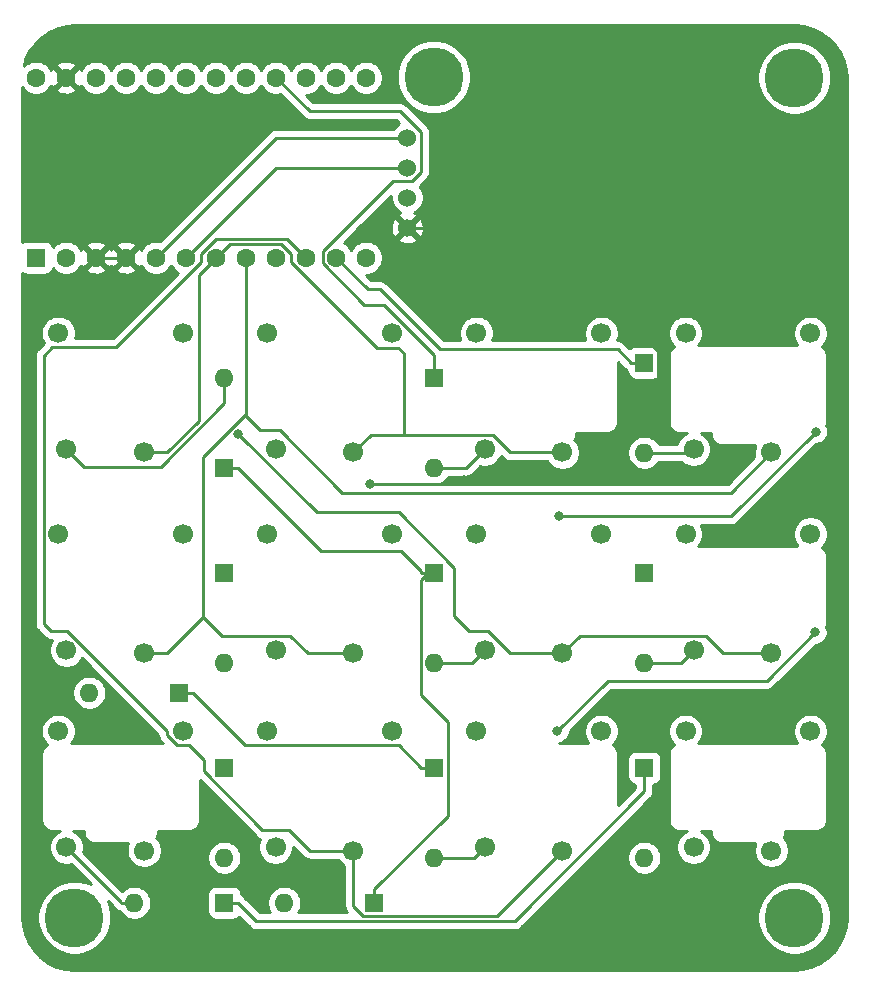
<source format=gbr>
%TF.GenerationSoftware,KiCad,Pcbnew,(5.1.10)-1*%
%TF.CreationDate,2021-07-14T17:28:45+02:00*%
%TF.ProjectId,kailh-keys,6b61696c-682d-46b6-9579-732e6b696361,rev?*%
%TF.SameCoordinates,Original*%
%TF.FileFunction,Copper,L2,Bot*%
%TF.FilePolarity,Positive*%
%FSLAX46Y46*%
G04 Gerber Fmt 4.6, Leading zero omitted, Abs format (unit mm)*
G04 Created by KiCad (PCBNEW (5.1.10)-1) date 2021-07-14 17:28:45*
%MOMM*%
%LPD*%
G01*
G04 APERTURE LIST*
%TA.AperFunction,ComponentPad*%
%ADD10C,1.700000*%
%TD*%
%TA.AperFunction,ComponentPad*%
%ADD11O,1.600000X1.600000*%
%TD*%
%TA.AperFunction,ComponentPad*%
%ADD12R,1.600000X1.600000*%
%TD*%
%TA.AperFunction,ComponentPad*%
%ADD13C,5.000000*%
%TD*%
%TA.AperFunction,ComponentPad*%
%ADD14C,0.800000*%
%TD*%
%TA.AperFunction,ComponentPad*%
%ADD15C,1.524000*%
%TD*%
%TA.AperFunction,ComponentPad*%
%ADD16C,1.600000*%
%TD*%
%TA.AperFunction,ViaPad*%
%ADD17C,0.800000*%
%TD*%
%TA.AperFunction,Conductor*%
%ADD18C,0.250000*%
%TD*%
%TA.AperFunction,Conductor*%
%ADD19C,0.254000*%
%TD*%
%TA.AperFunction,Conductor*%
%ADD20C,0.100000*%
%TD*%
G04 APERTURE END LIST*
D10*
%TO.P,SW1,2*%
%TO.N,COL0*%
X178004000Y-73015700D03*
%TO.P,SW1,1*%
%TO.N,Net-(D1-Pad2)*%
X171412700Y-72736300D03*
%TO.P,SW1,3*%
%TO.N,N/C*%
X181306000Y-62919200D03*
X170726900Y-62906500D03*
%TD*%
%TO.P,SW2,2*%
%TO.N,COL0*%
X195704000Y-73015700D03*
%TO.P,SW2,1*%
%TO.N,Net-(D2-Pad2)*%
X189112700Y-72736300D03*
%TO.P,SW2,3*%
%TO.N,N/C*%
X199006000Y-62919200D03*
X188426900Y-62906500D03*
%TD*%
%TO.P,SW3,2*%
%TO.N,COL0*%
X213404000Y-73015700D03*
%TO.P,SW3,1*%
%TO.N,Net-(D3-Pad2)*%
X206812700Y-72736300D03*
%TO.P,SW3,3*%
%TO.N,N/C*%
X216706000Y-62919200D03*
X206126900Y-62906500D03*
%TD*%
%TO.P,SW4,2*%
%TO.N,COL1*%
X231104000Y-73015700D03*
%TO.P,SW4,1*%
%TO.N,Net-(D4-Pad2)*%
X224512700Y-72736300D03*
%TO.P,SW4,3*%
%TO.N,N/C*%
X234406000Y-62919200D03*
X223826900Y-62906500D03*
%TD*%
%TO.P,SW5,2*%
%TO.N,COL1*%
X178004000Y-90015700D03*
%TO.P,SW5,1*%
%TO.N,Net-(D5-Pad2)*%
X171412700Y-89736300D03*
%TO.P,SW5,3*%
%TO.N,N/C*%
X181306000Y-79919200D03*
X170726900Y-79906500D03*
%TD*%
%TO.P,SW6,2*%
%TO.N,COL1*%
X195704000Y-90015700D03*
%TO.P,SW6,1*%
%TO.N,Net-(D6-Pad2)*%
X189112700Y-89736300D03*
%TO.P,SW6,3*%
%TO.N,N/C*%
X199006000Y-79919200D03*
X188426900Y-79906500D03*
%TD*%
%TO.P,SW7,2*%
%TO.N,COL2*%
X213404000Y-90015700D03*
%TO.P,SW7,1*%
%TO.N,Net-(D7-Pad2)*%
X206812700Y-89736300D03*
%TO.P,SW7,3*%
%TO.N,N/C*%
X216706000Y-79919200D03*
X206126900Y-79906500D03*
%TD*%
%TO.P,SW8,2*%
%TO.N,COL2*%
X231104000Y-90015700D03*
%TO.P,SW8,1*%
%TO.N,Net-(D8-Pad2)*%
X224512700Y-89736300D03*
%TO.P,SW8,3*%
%TO.N,N/C*%
X234406000Y-79919200D03*
X223826900Y-79906500D03*
%TD*%
%TO.P,SW9,2*%
%TO.N,COL2*%
X178004000Y-106715700D03*
%TO.P,SW9,1*%
%TO.N,Net-(D9-Pad2)*%
X171412700Y-106436300D03*
%TO.P,SW9,3*%
%TO.N,N/C*%
X181306000Y-96619200D03*
X170726900Y-96606500D03*
%TD*%
%TO.P,SW10,2*%
%TO.N,COL3*%
X195704000Y-106715700D03*
%TO.P,SW10,1*%
%TO.N,Net-(D10-Pad2)*%
X189112700Y-106436300D03*
%TO.P,SW10,3*%
%TO.N,N/C*%
X199006000Y-96619200D03*
X188426900Y-96606500D03*
%TD*%
%TO.P,SW11,2*%
%TO.N,COL3*%
X213404000Y-106715700D03*
%TO.P,SW11,1*%
%TO.N,Net-(D11-Pad2)*%
X206812700Y-106436300D03*
%TO.P,SW11,3*%
%TO.N,N/C*%
X216706000Y-96619200D03*
X206126900Y-96606500D03*
%TD*%
%TO.P,SW12,2*%
%TO.N,COL3*%
X231104000Y-106715700D03*
%TO.P,SW12,1*%
%TO.N,Net-(D12-Pad2)*%
X224512700Y-106436300D03*
%TO.P,SW12,3*%
%TO.N,N/C*%
X234406000Y-96619200D03*
X223826900Y-96606500D03*
%TD*%
D11*
%TO.P,D1,2*%
%TO.N,Net-(D1-Pad2)*%
X184785000Y-66675000D03*
D12*
%TO.P,D1,1*%
%TO.N,ROW0*%
X184785000Y-74295000D03*
%TD*%
D11*
%TO.P,D2,2*%
%TO.N,Net-(D2-Pad2)*%
X184785000Y-90805000D03*
D12*
%TO.P,D2,1*%
%TO.N,ROW1*%
X184785000Y-83185000D03*
%TD*%
%TO.P,D3,1*%
%TO.N,ROW2*%
X202565000Y-66675000D03*
D11*
%TO.P,D3,2*%
%TO.N,Net-(D3-Pad2)*%
X202565000Y-74295000D03*
%TD*%
D12*
%TO.P,D4,1*%
%TO.N,ROW0*%
X220345000Y-65405000D03*
D11*
%TO.P,D4,2*%
%TO.N,Net-(D4-Pad2)*%
X220345000Y-73025000D03*
%TD*%
D12*
%TO.P,D5,1*%
%TO.N,ROW1*%
X180975000Y-93345000D03*
D11*
%TO.P,D5,2*%
%TO.N,Net-(D5-Pad2)*%
X173355000Y-93345000D03*
%TD*%
%TO.P,D6,2*%
%TO.N,Net-(D6-Pad2)*%
X184785000Y-107315000D03*
D12*
%TO.P,D6,1*%
%TO.N,ROW2*%
X184785000Y-99695000D03*
%TD*%
D11*
%TO.P,D7,2*%
%TO.N,Net-(D7-Pad2)*%
X202565000Y-90805000D03*
D12*
%TO.P,D7,1*%
%TO.N,ROW0*%
X202565000Y-83185000D03*
%TD*%
%TO.P,D8,1*%
%TO.N,ROW1*%
X220345000Y-83185000D03*
D11*
%TO.P,D8,2*%
%TO.N,Net-(D8-Pad2)*%
X220345000Y-90805000D03*
%TD*%
%TO.P,D9,2*%
%TO.N,Net-(D9-Pad2)*%
X177165000Y-111125000D03*
D12*
%TO.P,D9,1*%
%TO.N,ROW2*%
X184785000Y-111125000D03*
%TD*%
%TO.P,D10,1*%
%TO.N,ROW0*%
X197485000Y-111125000D03*
D11*
%TO.P,D10,2*%
%TO.N,Net-(D10-Pad2)*%
X189865000Y-111125000D03*
%TD*%
D12*
%TO.P,D11,1*%
%TO.N,ROW1*%
X202565000Y-99695000D03*
D11*
%TO.P,D11,2*%
%TO.N,Net-(D11-Pad2)*%
X202565000Y-107315000D03*
%TD*%
%TO.P,D12,2*%
%TO.N,Net-(D12-Pad2)*%
X220345000Y-107315000D03*
D12*
%TO.P,D12,1*%
%TO.N,ROW2*%
X220345000Y-99695000D03*
%TD*%
D13*
%TO.P,H1,1*%
%TO.N,N/C*%
X172085000Y-112395000D03*
D14*
X173960000Y-112395000D03*
X173410825Y-113720825D03*
X172085000Y-114270000D03*
X170759175Y-113720825D03*
X170210000Y-112395000D03*
X170759175Y-111069175D03*
X172085000Y-110520000D03*
X173410825Y-111069175D03*
%TD*%
D13*
%TO.P,H2,1*%
%TO.N,N/C*%
X233045000Y-112395000D03*
D14*
X234920000Y-112395000D03*
X234370825Y-113720825D03*
X233045000Y-114270000D03*
X231719175Y-113720825D03*
X231170000Y-112395000D03*
X231719175Y-111069175D03*
X233045000Y-110520000D03*
X234370825Y-111069175D03*
%TD*%
%TO.P,H3,1*%
%TO.N,N/C*%
X234370825Y-39949175D03*
X233045000Y-39400000D03*
X231719175Y-39949175D03*
X231170000Y-41275000D03*
X231719175Y-42600825D03*
X233045000Y-43150000D03*
X234370825Y-42600825D03*
X234920000Y-41275000D03*
D13*
X233045000Y-41275000D03*
%TD*%
D14*
%TO.P,H4,1*%
%TO.N,N/C*%
X203834825Y-39893375D03*
X202509000Y-39344200D03*
X201183175Y-39893375D03*
X200634000Y-41219200D03*
X201183175Y-42545025D03*
X202509000Y-43094200D03*
X203834825Y-42545025D03*
X204384000Y-41219200D03*
D13*
X202509000Y-41219200D03*
%TD*%
D15*
%TO.P,U1,4*%
%TO.N,GND*%
X200279000Y-53975000D03*
%TO.P,U1,3*%
%TO.N,LED1*%
X200279000Y-51435000D03*
%TO.P,U1,2*%
%TO.N,SCL*%
X200279000Y-48895000D03*
%TO.P,U1,1*%
%TO.N,SDA*%
X200279000Y-46355000D03*
%TD*%
D16*
%TO.P,U2,24*%
%TO.N,Net-(U2-Pad24)*%
X168834000Y-41275000D03*
%TO.P,U2,23*%
%TO.N,GND*%
X171374000Y-41275000D03*
%TO.P,U2,22*%
%TO.N,Net-(U2-Pad22)*%
X173914000Y-41275000D03*
%TO.P,U2,21*%
%TO.N,LED1*%
X176454000Y-41275000D03*
%TO.P,U2,20*%
%TO.N,Net-(U2-Pad20)*%
X178994000Y-41275000D03*
%TO.P,U2,19*%
%TO.N,Net-(U2-Pad19)*%
X181534000Y-41275000D03*
%TO.P,U2,18*%
%TO.N,Net-(U2-Pad18)*%
X184074000Y-41275000D03*
%TO.P,U2,17*%
%TO.N,Net-(U2-Pad17)*%
X186614000Y-41275000D03*
%TO.P,U2,16*%
%TO.N,ROW2*%
X189154000Y-41275000D03*
%TO.P,U2,15*%
%TO.N,Net-(U2-Pad15)*%
X191694000Y-41275000D03*
%TO.P,U2,14*%
%TO.N,Net-(U2-Pad14)*%
X194234000Y-41275000D03*
%TO.P,U2,13*%
%TO.N,Net-(U2-Pad13)*%
X196774000Y-41275000D03*
%TO.P,U2,12*%
%TO.N,ROW1*%
X196774000Y-56515000D03*
%TO.P,U2,11*%
%TO.N,ROW0*%
X194234000Y-56515000D03*
%TO.P,U2,10*%
%TO.N,COL3*%
X191694000Y-56515000D03*
%TO.P,U2,9*%
%TO.N,COL2*%
X189154000Y-56515000D03*
%TO.P,U2,8*%
%TO.N,COL1*%
X186614000Y-56515000D03*
%TO.P,U2,7*%
%TO.N,COL0*%
X184074000Y-56515000D03*
%TO.P,U2,6*%
%TO.N,SCL*%
X181534000Y-56515000D03*
%TO.P,U2,5*%
%TO.N,SDA*%
X178994000Y-56515000D03*
%TO.P,U2,4*%
%TO.N,GND*%
X176454000Y-56515000D03*
%TO.P,U2,3*%
X173914000Y-56515000D03*
%TO.P,U2,2*%
%TO.N,Net-(U2-Pad2)*%
X171374000Y-56515000D03*
D12*
%TO.P,U2,1*%
%TO.N,Net-(U2-Pad1)*%
X168834000Y-56515000D03*
%TD*%
D17*
%TO.N,GND*%
X197146900Y-75677700D03*
X205043900Y-75330200D03*
X219894900Y-69075000D03*
%TO.N,COL2*%
X185977800Y-71444600D03*
%TO.N,Net-(R7-Pad2)*%
X213115600Y-78423100D03*
X234853100Y-71252900D03*
%TO.N,Net-(R11-Pad2)*%
X212985700Y-96591700D03*
X234819500Y-88237600D03*
%TD*%
D18*
%TO.N,GND*%
X173914000Y-56515000D02*
X176454000Y-56515000D01*
X205043900Y-75330200D02*
X204696400Y-75677700D01*
X204696400Y-75677700D02*
X197146900Y-75677700D01*
X219894900Y-69075000D02*
X213639700Y-75330200D01*
X213639700Y-75330200D02*
X205043900Y-75330200D01*
X200279000Y-53975000D02*
X211030100Y-53975000D01*
X211030100Y-53975000D02*
X221492900Y-64437800D01*
X221492900Y-64437800D02*
X221492900Y-67477000D01*
X221492900Y-67477000D02*
X219894900Y-69075000D01*
%TO.N,Net-(D1-Pad2)*%
X184785000Y-67800300D02*
X184785000Y-68816400D01*
X184785000Y-68816400D02*
X179392000Y-74209400D01*
X179392000Y-74209400D02*
X172885800Y-74209400D01*
X172885800Y-74209400D02*
X171412700Y-72736300D01*
X184785000Y-66675000D02*
X184785000Y-67800300D01*
%TO.N,ROW0*%
X219219700Y-65405000D02*
X218094400Y-64279700D01*
X218094400Y-64279700D02*
X203046400Y-64279700D01*
X203046400Y-64279700D02*
X197959100Y-59192400D01*
X197959100Y-59192400D02*
X196911400Y-59192400D01*
X196911400Y-59192400D02*
X194234000Y-56515000D01*
X220345000Y-65405000D02*
X219219700Y-65405000D01*
X197485000Y-111125000D02*
X197485000Y-109999700D01*
X202002400Y-83185000D02*
X201409500Y-83777900D01*
X201409500Y-83777900D02*
X201409500Y-93551300D01*
X201409500Y-93551300D02*
X203690400Y-95832200D01*
X203690400Y-95832200D02*
X203690400Y-103794300D01*
X203690400Y-103794300D02*
X197485000Y-109999700D01*
X202002400Y-83185000D02*
X201439700Y-83185000D01*
X202565000Y-83185000D02*
X202002400Y-83185000D01*
X184785000Y-74295000D02*
X185910300Y-74295000D01*
X201439700Y-83185000D02*
X201439700Y-83044300D01*
X201439700Y-83044300D02*
X199723200Y-81327800D01*
X199723200Y-81327800D02*
X192943100Y-81327800D01*
X192943100Y-81327800D02*
X185910300Y-74295000D01*
%TO.N,ROW1*%
X202565000Y-99695000D02*
X201439700Y-99695000D01*
X180975000Y-93345000D02*
X182100300Y-93345000D01*
X182100300Y-93345000D02*
X186570800Y-97815500D01*
X186570800Y-97815500D02*
X199560200Y-97815500D01*
X199560200Y-97815500D02*
X201439700Y-99695000D01*
%TO.N,ROW2*%
X189154000Y-41275000D02*
X191991800Y-44112800D01*
X191991800Y-44112800D02*
X199642100Y-44112800D01*
X199642100Y-44112800D02*
X201408500Y-45879200D01*
X201408500Y-45879200D02*
X201408500Y-49306300D01*
X201408500Y-49306300D02*
X200649500Y-50065300D01*
X200649500Y-50065300D02*
X199025600Y-50065300D01*
X199025600Y-50065300D02*
X193104400Y-55986500D01*
X193104400Y-55986500D02*
X193104400Y-57011200D01*
X193104400Y-57011200D02*
X196627200Y-60534000D01*
X196627200Y-60534000D02*
X198307400Y-60534000D01*
X198307400Y-60534000D02*
X202565000Y-64791600D01*
X202565000Y-64791600D02*
X202565000Y-66675000D01*
X184785000Y-111125000D02*
X185910300Y-111125000D01*
X185910300Y-111125000D02*
X187488400Y-112703100D01*
X187488400Y-112703100D02*
X209352400Y-112703100D01*
X209352400Y-112703100D02*
X220345000Y-101710500D01*
X220345000Y-101710500D02*
X220345000Y-99695000D01*
%TO.N,Net-(D3-Pad2)*%
X202565000Y-74295000D02*
X205254000Y-74295000D01*
X205254000Y-74295000D02*
X206812700Y-72736300D01*
%TO.N,Net-(D4-Pad2)*%
X220345000Y-73025000D02*
X224224000Y-73025000D01*
X224224000Y-73025000D02*
X224512700Y-72736300D01*
%TO.N,Net-(D7-Pad2)*%
X202565000Y-90805000D02*
X205744000Y-90805000D01*
X205744000Y-90805000D02*
X206812700Y-89736300D01*
%TO.N,Net-(D8-Pad2)*%
X220345000Y-90805000D02*
X223444000Y-90805000D01*
X223444000Y-90805000D02*
X224512700Y-89736300D01*
%TO.N,Net-(D9-Pad2)*%
X177165000Y-111125000D02*
X176039700Y-111125000D01*
X176039700Y-111125000D02*
X176039700Y-111063300D01*
X176039700Y-111063300D02*
X171412700Y-106436300D01*
%TO.N,Net-(D11-Pad2)*%
X202565000Y-107315000D02*
X205934000Y-107315000D01*
X205934000Y-107315000D02*
X206812700Y-106436300D01*
%TO.N,SDA*%
X178994000Y-56515000D02*
X189154000Y-46355000D01*
X189154000Y-46355000D02*
X200279000Y-46355000D01*
%TO.N,SCL*%
X181534000Y-56515000D02*
X189154000Y-48895000D01*
X189154000Y-48895000D02*
X200279000Y-48895000D01*
%TO.N,COL0*%
X199999800Y-71553300D02*
X207537100Y-71553300D01*
X207537100Y-71553300D02*
X208999500Y-73015700D01*
X208999500Y-73015700D02*
X213404000Y-73015700D01*
X195704000Y-73015700D02*
X197166400Y-71553300D01*
X197166400Y-71553300D02*
X199999800Y-71553300D01*
X184074000Y-56515000D02*
X185217200Y-55371800D01*
X185217200Y-55371800D02*
X189603900Y-55371800D01*
X189603900Y-55371800D02*
X190424000Y-56191900D01*
X190424000Y-56191900D02*
X190424000Y-56855700D01*
X190424000Y-56855700D02*
X197712500Y-64144200D01*
X197712500Y-64144200D02*
X199519800Y-64144200D01*
X199519800Y-64144200D02*
X199999800Y-64624200D01*
X199999800Y-64624200D02*
X199999800Y-71553300D01*
X178004000Y-73015700D02*
X179944400Y-73015700D01*
X179944400Y-73015700D02*
X182615500Y-70344600D01*
X182615500Y-70344600D02*
X182615500Y-57973500D01*
X182615500Y-57973500D02*
X184074000Y-56515000D01*
%TO.N,COL1*%
X186551100Y-69845400D02*
X187808000Y-71102300D01*
X187808000Y-71102300D02*
X189465700Y-71102300D01*
X189465700Y-71102300D02*
X194769500Y-76406100D01*
X194769500Y-76406100D02*
X227713600Y-76406100D01*
X227713600Y-76406100D02*
X231104000Y-73015700D01*
X186614000Y-56515000D02*
X186614000Y-69782500D01*
X186614000Y-69782500D02*
X186551100Y-69845400D01*
X186551100Y-69845400D02*
X182979500Y-73417000D01*
X182979500Y-73417000D02*
X182979500Y-86975300D01*
X182979500Y-86975300D02*
X179939100Y-90015700D01*
X179939100Y-90015700D02*
X178004000Y-90015700D01*
X195704000Y-90015700D02*
X191837300Y-90015700D01*
X191837300Y-90015700D02*
X190361500Y-88539900D01*
X190361500Y-88539900D02*
X184544100Y-88539900D01*
X184544100Y-88539900D02*
X182979500Y-86975300D01*
%TO.N,COL2*%
X213404000Y-90015700D02*
X208999400Y-90015700D01*
X208999400Y-90015700D02*
X207086000Y-88102300D01*
X207086000Y-88102300D02*
X205536600Y-88102300D01*
X205536600Y-88102300D02*
X204255200Y-86820900D01*
X204255200Y-86820900D02*
X204255200Y-82792600D01*
X204255200Y-82792600D02*
X199541000Y-78078400D01*
X199541000Y-78078400D02*
X192611600Y-78078400D01*
X192611600Y-78078400D02*
X185977800Y-71444600D01*
X213404000Y-90015700D02*
X214866400Y-88553300D01*
X214866400Y-88553300D02*
X225544600Y-88553300D01*
X225544600Y-88553300D02*
X227007000Y-90015700D01*
X227007000Y-90015700D02*
X231104000Y-90015700D01*
%TO.N,COL3*%
X191694000Y-56515000D02*
X190100400Y-54921400D01*
X190100400Y-54921400D02*
X184074400Y-54921400D01*
X184074400Y-54921400D02*
X182804000Y-56191800D01*
X182804000Y-56191800D02*
X182804000Y-56916100D01*
X182804000Y-56916100D02*
X175630400Y-64089700D01*
X175630400Y-64089700D02*
X170216400Y-64089700D01*
X170216400Y-64089700D02*
X169480600Y-64825500D01*
X169480600Y-64825500D02*
X169480600Y-87498900D01*
X169480600Y-87498900D02*
X170084000Y-88102300D01*
X170084000Y-88102300D02*
X171485700Y-88102300D01*
X171485700Y-88102300D02*
X179962400Y-96579000D01*
X179962400Y-96579000D02*
X179962400Y-96959000D01*
X179962400Y-96959000D02*
X180798000Y-97794600D01*
X180798000Y-97794600D02*
X181800900Y-97794600D01*
X181800900Y-97794600D02*
X183026500Y-99020200D01*
X183026500Y-99020200D02*
X183026500Y-100021000D01*
X183026500Y-100021000D02*
X188007600Y-105002100D01*
X188007600Y-105002100D02*
X190288100Y-105002100D01*
X190288100Y-105002100D02*
X192001700Y-106715700D01*
X192001700Y-106715700D02*
X195704000Y-106715700D01*
X213404000Y-106715700D02*
X207869400Y-112250300D01*
X207869400Y-112250300D02*
X196550200Y-112250300D01*
X196550200Y-112250300D02*
X195704000Y-111404100D01*
X195704000Y-111404100D02*
X195704000Y-106715700D01*
%TO.N,Net-(R7-Pad2)*%
X213115600Y-78423100D02*
X227682900Y-78423100D01*
X227682900Y-78423100D02*
X234853100Y-71252900D01*
%TO.N,Net-(R11-Pad2)*%
X212985700Y-96591700D02*
X217222400Y-92355000D01*
X217222400Y-92355000D02*
X230702100Y-92355000D01*
X230702100Y-92355000D02*
X234819500Y-88237600D01*
%TD*%
D19*
%TO.N,GND*%
X233827249Y-36927437D02*
X234584774Y-37134672D01*
X235293625Y-37472777D01*
X235931404Y-37931067D01*
X236477946Y-38495055D01*
X236915977Y-39146913D01*
X237231651Y-39866038D01*
X237416206Y-40634768D01*
X237465001Y-41299221D01*
X237465000Y-112365608D01*
X237392563Y-113177249D01*
X237185328Y-113934774D01*
X236847221Y-114643627D01*
X236388928Y-115281410D01*
X235824945Y-115827946D01*
X235173085Y-116265978D01*
X234453963Y-116581651D01*
X233685232Y-116766206D01*
X233020792Y-116815000D01*
X172114392Y-116815000D01*
X171302751Y-116742563D01*
X170545226Y-116535328D01*
X169836373Y-116197221D01*
X169198590Y-115738928D01*
X168652054Y-115174945D01*
X168214022Y-114523085D01*
X167898349Y-113803963D01*
X167713794Y-113035232D01*
X167665000Y-112370792D01*
X167665000Y-93203665D01*
X171920000Y-93203665D01*
X171920000Y-93486335D01*
X171975147Y-93763574D01*
X172083320Y-94024727D01*
X172240363Y-94259759D01*
X172440241Y-94459637D01*
X172675273Y-94616680D01*
X172936426Y-94724853D01*
X173213665Y-94780000D01*
X173496335Y-94780000D01*
X173773574Y-94724853D01*
X174034727Y-94616680D01*
X174269759Y-94459637D01*
X174469637Y-94259759D01*
X174626680Y-94024727D01*
X174734853Y-93763574D01*
X174790000Y-93486335D01*
X174790000Y-93203665D01*
X174734853Y-92926426D01*
X174626680Y-92665273D01*
X174469637Y-92430241D01*
X174269759Y-92230363D01*
X174034727Y-92073320D01*
X173773574Y-91965147D01*
X173496335Y-91910000D01*
X173213665Y-91910000D01*
X172936426Y-91965147D01*
X172675273Y-92073320D01*
X172440241Y-92230363D01*
X172240363Y-92430241D01*
X172083320Y-92665273D01*
X171975147Y-92926426D01*
X171920000Y-93203665D01*
X167665000Y-93203665D01*
X167665000Y-64825500D01*
X168716924Y-64825500D01*
X168720600Y-64862822D01*
X168720601Y-87461567D01*
X168716924Y-87498900D01*
X168720601Y-87536233D01*
X168731598Y-87647886D01*
X168743895Y-87688423D01*
X168775054Y-87791146D01*
X168845626Y-87923176D01*
X168907249Y-87998263D01*
X168940600Y-88038901D01*
X168969597Y-88062698D01*
X169520205Y-88613308D01*
X169543999Y-88642301D01*
X169572992Y-88666095D01*
X169572996Y-88666099D01*
X169617091Y-88702286D01*
X169659724Y-88737274D01*
X169791753Y-88807846D01*
X169935014Y-88851303D01*
X170046667Y-88862300D01*
X170046676Y-88862300D01*
X170083999Y-88865976D01*
X170121322Y-88862300D01*
X170210694Y-88862300D01*
X170096710Y-89032889D01*
X169984768Y-89303142D01*
X169927700Y-89590040D01*
X169927700Y-89882560D01*
X169984768Y-90169458D01*
X170096710Y-90439711D01*
X170259225Y-90682932D01*
X170466068Y-90889775D01*
X170709289Y-91052290D01*
X170979542Y-91164232D01*
X171266440Y-91221300D01*
X171558960Y-91221300D01*
X171845858Y-91164232D01*
X172116111Y-91052290D01*
X172359332Y-90889775D01*
X172566175Y-90682932D01*
X172728690Y-90439711D01*
X172734436Y-90425838D01*
X179202400Y-96893802D01*
X179202400Y-96921678D01*
X179198724Y-96959000D01*
X179202400Y-96996322D01*
X179202400Y-96996333D01*
X179213397Y-97107986D01*
X179256854Y-97251247D01*
X179327426Y-97383276D01*
X179422399Y-97499001D01*
X179451401Y-97522802D01*
X179546831Y-97618232D01*
X171815275Y-97618232D01*
X171880375Y-97553132D01*
X172042890Y-97309911D01*
X172154832Y-97039658D01*
X172211900Y-96752760D01*
X172211900Y-96460240D01*
X172154832Y-96173342D01*
X172042890Y-95903089D01*
X171880375Y-95659868D01*
X171673532Y-95453025D01*
X171430311Y-95290510D01*
X171160058Y-95178568D01*
X170873160Y-95121500D01*
X170580640Y-95121500D01*
X170293742Y-95178568D01*
X170023489Y-95290510D01*
X169780268Y-95453025D01*
X169573425Y-95659868D01*
X169410910Y-95903089D01*
X169298968Y-96173342D01*
X169241900Y-96460240D01*
X169241900Y-96752760D01*
X169298968Y-97039658D01*
X169410910Y-97309911D01*
X169573425Y-97553132D01*
X169762973Y-97742680D01*
X169710393Y-97778144D01*
X169654657Y-97814618D01*
X169646723Y-97821089D01*
X169646719Y-97821092D01*
X169646716Y-97821095D01*
X169646705Y-97821104D01*
X169616629Y-97845985D01*
X169569647Y-97893298D01*
X169522098Y-97939862D01*
X169515556Y-97947769D01*
X169490886Y-97978018D01*
X169453990Y-98033552D01*
X169416391Y-98088463D01*
X169411510Y-98097490D01*
X169411505Y-98097498D01*
X169411502Y-98097504D01*
X169393185Y-98131954D01*
X169367797Y-98193548D01*
X169341556Y-98254772D01*
X169338521Y-98264576D01*
X169327239Y-98301943D01*
X169314290Y-98367339D01*
X169311744Y-98379316D01*
X169302695Y-98409147D01*
X169299662Y-98439939D01*
X169299377Y-98442651D01*
X169299376Y-98442657D01*
X169299376Y-98442662D01*
X169295567Y-98481508D01*
X169295567Y-98481519D01*
X169292060Y-98517127D01*
X169292059Y-104173007D01*
X169295096Y-104203847D01*
X169295089Y-104204911D01*
X169296090Y-104215125D01*
X169297954Y-104232859D01*
X169302694Y-104280987D01*
X169312056Y-104311850D01*
X169313567Y-104319211D01*
X169326047Y-104384636D01*
X169329013Y-104394460D01*
X169340555Y-104431747D01*
X169366391Y-104493209D01*
X169391324Y-104554923D01*
X169396141Y-104563984D01*
X169414706Y-104598320D01*
X169451966Y-104653562D01*
X169488445Y-104709305D01*
X169494931Y-104717258D01*
X169519812Y-104747333D01*
X169567108Y-104794298D01*
X169613689Y-104841864D01*
X169621596Y-104848406D01*
X169651845Y-104873075D01*
X169707307Y-104909923D01*
X169762290Y-104947571D01*
X169771317Y-104952452D01*
X169805781Y-104970777D01*
X169867375Y-104996165D01*
X169928599Y-105022406D01*
X169938403Y-105025441D01*
X169975770Y-105036723D01*
X170041158Y-105049671D01*
X170053134Y-105052216D01*
X170082974Y-105061268D01*
X170113901Y-105064314D01*
X170116479Y-105064585D01*
X170116484Y-105064586D01*
X170116488Y-105064586D01*
X170155335Y-105068395D01*
X170155336Y-105068395D01*
X170190954Y-105071903D01*
X170826154Y-105071903D01*
X170709289Y-105120310D01*
X170466068Y-105282825D01*
X170259225Y-105489668D01*
X170096710Y-105732889D01*
X169984768Y-106003142D01*
X169927700Y-106290040D01*
X169927700Y-106582560D01*
X169984768Y-106869458D01*
X170096710Y-107139711D01*
X170259225Y-107382932D01*
X170466068Y-107589775D01*
X170709289Y-107752290D01*
X170979542Y-107864232D01*
X171266440Y-107921300D01*
X171558960Y-107921300D01*
X171779108Y-107877509D01*
X173481924Y-109580325D01*
X172999446Y-109380476D01*
X172393771Y-109260000D01*
X171776229Y-109260000D01*
X171170554Y-109380476D01*
X170600021Y-109616799D01*
X170086554Y-109959886D01*
X169649886Y-110396554D01*
X169306799Y-110910021D01*
X169070476Y-111480554D01*
X168950000Y-112086229D01*
X168950000Y-112703771D01*
X169070476Y-113309446D01*
X169306799Y-113879979D01*
X169649886Y-114393446D01*
X170086554Y-114830114D01*
X170600021Y-115173201D01*
X171170554Y-115409524D01*
X171776229Y-115530000D01*
X172393771Y-115530000D01*
X172999446Y-115409524D01*
X173569979Y-115173201D01*
X174083446Y-114830114D01*
X174520114Y-114393446D01*
X174863201Y-113879979D01*
X175099524Y-113309446D01*
X175220000Y-112703771D01*
X175220000Y-112086229D01*
X175099524Y-111480554D01*
X174899675Y-110998077D01*
X175351734Y-111450135D01*
X175404726Y-111549276D01*
X175458932Y-111615326D01*
X175499699Y-111665001D01*
X175615424Y-111759974D01*
X175747453Y-111830546D01*
X175890714Y-111874003D01*
X175943053Y-111879158D01*
X176050363Y-112039759D01*
X176250241Y-112239637D01*
X176485273Y-112396680D01*
X176746426Y-112504853D01*
X177023665Y-112560000D01*
X177306335Y-112560000D01*
X177583574Y-112504853D01*
X177844727Y-112396680D01*
X178079759Y-112239637D01*
X178279637Y-112039759D01*
X178436680Y-111804727D01*
X178544853Y-111543574D01*
X178600000Y-111266335D01*
X178600000Y-110983665D01*
X178544853Y-110706426D01*
X178436680Y-110445273D01*
X178279637Y-110210241D01*
X178079759Y-110010363D01*
X177844727Y-109853320D01*
X177583574Y-109745147D01*
X177306335Y-109690000D01*
X177023665Y-109690000D01*
X176746426Y-109745147D01*
X176485273Y-109853320D01*
X176250241Y-110010363D01*
X176155903Y-110104701D01*
X172853909Y-106802708D01*
X172897700Y-106582560D01*
X172897700Y-106290040D01*
X172840632Y-106003142D01*
X172728690Y-105732889D01*
X172566175Y-105489668D01*
X172359332Y-105282825D01*
X172116111Y-105120310D01*
X171999246Y-105071903D01*
X172878000Y-105071903D01*
X172878000Y-105215105D01*
X172881037Y-105245945D01*
X172881030Y-105247008D01*
X172882031Y-105257222D01*
X172883893Y-105274941D01*
X172888635Y-105323085D01*
X172897998Y-105353950D01*
X172899508Y-105361308D01*
X172911988Y-105426733D01*
X172914954Y-105436557D01*
X172926496Y-105473844D01*
X172952332Y-105535306D01*
X172977265Y-105597020D01*
X172982082Y-105606081D01*
X173000647Y-105640417D01*
X173037907Y-105695659D01*
X173074386Y-105751402D01*
X173080872Y-105759355D01*
X173105753Y-105789430D01*
X173153049Y-105836395D01*
X173199630Y-105883961D01*
X173207537Y-105890503D01*
X173237786Y-105915172D01*
X173293248Y-105952020D01*
X173348231Y-105989668D01*
X173357258Y-105994549D01*
X173391722Y-106012874D01*
X173453316Y-106038262D01*
X173514540Y-106064503D01*
X173524344Y-106067538D01*
X173561711Y-106078820D01*
X173627099Y-106091768D01*
X173639075Y-106094313D01*
X173668915Y-106103365D01*
X173699842Y-106106411D01*
X173702420Y-106106682D01*
X173702425Y-106106683D01*
X173702429Y-106106683D01*
X173741276Y-106110492D01*
X173741277Y-106110492D01*
X173776895Y-106114000D01*
X176645880Y-106114000D01*
X176576068Y-106282542D01*
X176519000Y-106569440D01*
X176519000Y-106861960D01*
X176576068Y-107148858D01*
X176688010Y-107419111D01*
X176850525Y-107662332D01*
X177057368Y-107869175D01*
X177300589Y-108031690D01*
X177570842Y-108143632D01*
X177857740Y-108200700D01*
X178150260Y-108200700D01*
X178437158Y-108143632D01*
X178707411Y-108031690D01*
X178950632Y-107869175D01*
X179157475Y-107662332D01*
X179319990Y-107419111D01*
X179421656Y-107173665D01*
X183350000Y-107173665D01*
X183350000Y-107456335D01*
X183405147Y-107733574D01*
X183513320Y-107994727D01*
X183670363Y-108229759D01*
X183870241Y-108429637D01*
X184105273Y-108586680D01*
X184366426Y-108694853D01*
X184643665Y-108750000D01*
X184926335Y-108750000D01*
X185203574Y-108694853D01*
X185464727Y-108586680D01*
X185699759Y-108429637D01*
X185899637Y-108229759D01*
X186056680Y-107994727D01*
X186164853Y-107733574D01*
X186220000Y-107456335D01*
X186220000Y-107173665D01*
X186164853Y-106896426D01*
X186056680Y-106635273D01*
X185899637Y-106400241D01*
X185699759Y-106200363D01*
X185464727Y-106043320D01*
X185203574Y-105935147D01*
X184926335Y-105880000D01*
X184643665Y-105880000D01*
X184366426Y-105935147D01*
X184105273Y-106043320D01*
X183870241Y-106200363D01*
X183670363Y-106400241D01*
X183513320Y-106635273D01*
X183405147Y-106896426D01*
X183350000Y-107173665D01*
X179421656Y-107173665D01*
X179431932Y-107148858D01*
X179489000Y-106861960D01*
X179489000Y-106569440D01*
X179431932Y-106282542D01*
X179319990Y-106012289D01*
X179157475Y-105769068D01*
X179026855Y-105638448D01*
X179028859Y-105634742D01*
X179047184Y-105600278D01*
X179072572Y-105538684D01*
X179098813Y-105477460D01*
X179101848Y-105467656D01*
X179113130Y-105430289D01*
X179126078Y-105364901D01*
X179128623Y-105352925D01*
X179137675Y-105323085D01*
X179140721Y-105292158D01*
X179140993Y-105289571D01*
X179144802Y-105250724D01*
X179144802Y-105250723D01*
X179148310Y-105215105D01*
X179148310Y-105071903D01*
X181802623Y-105071903D01*
X181833463Y-105068866D01*
X181834526Y-105068873D01*
X181844740Y-105067872D01*
X181862459Y-105066010D01*
X181910603Y-105061268D01*
X181941468Y-105051905D01*
X181948826Y-105050395D01*
X182014251Y-105037915D01*
X182024075Y-105034949D01*
X182061362Y-105023407D01*
X182122824Y-104997571D01*
X182184538Y-104972638D01*
X182193599Y-104967821D01*
X182227935Y-104949256D01*
X182283177Y-104911996D01*
X182338920Y-104875517D01*
X182346873Y-104869031D01*
X182376948Y-104844150D01*
X182423913Y-104796854D01*
X182471479Y-104750273D01*
X182478021Y-104742366D01*
X182502690Y-104712117D01*
X182539538Y-104656655D01*
X182577186Y-104601672D01*
X182582067Y-104592645D01*
X182600392Y-104558181D01*
X182625780Y-104496587D01*
X182652021Y-104435363D01*
X182655056Y-104425559D01*
X182666338Y-104388192D01*
X182679286Y-104322804D01*
X182681831Y-104310828D01*
X182690883Y-104280988D01*
X182693929Y-104250061D01*
X182694201Y-104247474D01*
X182698010Y-104208627D01*
X182698010Y-104208626D01*
X182701518Y-104173008D01*
X182701518Y-100770819D01*
X187443800Y-105513102D01*
X187467599Y-105542101D01*
X187583324Y-105637074D01*
X187715353Y-105707646D01*
X187797023Y-105732420D01*
X187796710Y-105732889D01*
X187684768Y-106003142D01*
X187627700Y-106290040D01*
X187627700Y-106582560D01*
X187684768Y-106869458D01*
X187796710Y-107139711D01*
X187959225Y-107382932D01*
X188166068Y-107589775D01*
X188409289Y-107752290D01*
X188679542Y-107864232D01*
X188966440Y-107921300D01*
X189258960Y-107921300D01*
X189545858Y-107864232D01*
X189816111Y-107752290D01*
X190059332Y-107589775D01*
X190266175Y-107382932D01*
X190428690Y-107139711D01*
X190540632Y-106869458D01*
X190597700Y-106582560D01*
X190597700Y-106386501D01*
X191437901Y-107226703D01*
X191461699Y-107255701D01*
X191577424Y-107350674D01*
X191709453Y-107421246D01*
X191852714Y-107464703D01*
X191964367Y-107475700D01*
X191964376Y-107475700D01*
X192001699Y-107479376D01*
X192039022Y-107475700D01*
X194425822Y-107475700D01*
X194550525Y-107662332D01*
X194757368Y-107869175D01*
X194944001Y-107993879D01*
X194944000Y-111366777D01*
X194940324Y-111404100D01*
X194944000Y-111441422D01*
X194944000Y-111441432D01*
X194954997Y-111553085D01*
X194988946Y-111665001D01*
X194998454Y-111696346D01*
X195069026Y-111828376D01*
X195089269Y-111853042D01*
X195163178Y-111943100D01*
X191044222Y-111943100D01*
X191136680Y-111804727D01*
X191244853Y-111543574D01*
X191300000Y-111266335D01*
X191300000Y-110983665D01*
X191244853Y-110706426D01*
X191136680Y-110445273D01*
X190979637Y-110210241D01*
X190779759Y-110010363D01*
X190544727Y-109853320D01*
X190283574Y-109745147D01*
X190006335Y-109690000D01*
X189723665Y-109690000D01*
X189446426Y-109745147D01*
X189185273Y-109853320D01*
X188950241Y-110010363D01*
X188750363Y-110210241D01*
X188593320Y-110445273D01*
X188485147Y-110706426D01*
X188430000Y-110983665D01*
X188430000Y-111266335D01*
X188485147Y-111543574D01*
X188593320Y-111804727D01*
X188685778Y-111943100D01*
X187803203Y-111943100D01*
X186474103Y-110614002D01*
X186450301Y-110584999D01*
X186334576Y-110490026D01*
X186223072Y-110430425D01*
X186223072Y-110325000D01*
X186210812Y-110200518D01*
X186174502Y-110080820D01*
X186115537Y-109970506D01*
X186036185Y-109873815D01*
X185939494Y-109794463D01*
X185829180Y-109735498D01*
X185709482Y-109699188D01*
X185585000Y-109686928D01*
X183985000Y-109686928D01*
X183860518Y-109699188D01*
X183740820Y-109735498D01*
X183630506Y-109794463D01*
X183533815Y-109873815D01*
X183454463Y-109970506D01*
X183395498Y-110080820D01*
X183359188Y-110200518D01*
X183346928Y-110325000D01*
X183346928Y-111925000D01*
X183359188Y-112049482D01*
X183395498Y-112169180D01*
X183454463Y-112279494D01*
X183533815Y-112376185D01*
X183630506Y-112455537D01*
X183740820Y-112514502D01*
X183860518Y-112550812D01*
X183985000Y-112563072D01*
X185585000Y-112563072D01*
X185709482Y-112550812D01*
X185829180Y-112514502D01*
X185939494Y-112455537D01*
X186036185Y-112376185D01*
X186058947Y-112348449D01*
X186924605Y-113214108D01*
X186948399Y-113243101D01*
X186977392Y-113266895D01*
X186977396Y-113266899D01*
X187048085Y-113324911D01*
X187064124Y-113338074D01*
X187196153Y-113408646D01*
X187339414Y-113452103D01*
X187451067Y-113463100D01*
X187451076Y-113463100D01*
X187488399Y-113466776D01*
X187525722Y-113463100D01*
X209315078Y-113463100D01*
X209352400Y-113466776D01*
X209389722Y-113463100D01*
X209389733Y-113463100D01*
X209501386Y-113452103D01*
X209644647Y-113408646D01*
X209776676Y-113338074D01*
X209892401Y-113243101D01*
X209916204Y-113214097D01*
X211044072Y-112086229D01*
X229910000Y-112086229D01*
X229910000Y-112703771D01*
X230030476Y-113309446D01*
X230266799Y-113879979D01*
X230609886Y-114393446D01*
X231046554Y-114830114D01*
X231560021Y-115173201D01*
X232130554Y-115409524D01*
X232736229Y-115530000D01*
X233353771Y-115530000D01*
X233959446Y-115409524D01*
X234529979Y-115173201D01*
X235043446Y-114830114D01*
X235480114Y-114393446D01*
X235823201Y-113879979D01*
X236059524Y-113309446D01*
X236180000Y-112703771D01*
X236180000Y-112086229D01*
X236059524Y-111480554D01*
X235823201Y-110910021D01*
X235480114Y-110396554D01*
X235043446Y-109959886D01*
X234529979Y-109616799D01*
X233959446Y-109380476D01*
X233353771Y-109260000D01*
X232736229Y-109260000D01*
X232130554Y-109380476D01*
X231560021Y-109616799D01*
X231046554Y-109959886D01*
X230609886Y-110396554D01*
X230266799Y-110910021D01*
X230030476Y-111480554D01*
X229910000Y-112086229D01*
X211044072Y-112086229D01*
X215956636Y-107173665D01*
X218910000Y-107173665D01*
X218910000Y-107456335D01*
X218965147Y-107733574D01*
X219073320Y-107994727D01*
X219230363Y-108229759D01*
X219430241Y-108429637D01*
X219665273Y-108586680D01*
X219926426Y-108694853D01*
X220203665Y-108750000D01*
X220486335Y-108750000D01*
X220763574Y-108694853D01*
X221024727Y-108586680D01*
X221259759Y-108429637D01*
X221459637Y-108229759D01*
X221616680Y-107994727D01*
X221724853Y-107733574D01*
X221780000Y-107456335D01*
X221780000Y-107173665D01*
X221724853Y-106896426D01*
X221616680Y-106635273D01*
X221459637Y-106400241D01*
X221259759Y-106200363D01*
X221024727Y-106043320D01*
X220763574Y-105935147D01*
X220486335Y-105880000D01*
X220203665Y-105880000D01*
X219926426Y-105935147D01*
X219665273Y-106043320D01*
X219430241Y-106200363D01*
X219230363Y-106400241D01*
X219073320Y-106635273D01*
X218965147Y-106896426D01*
X218910000Y-107173665D01*
X215956636Y-107173665D01*
X220856004Y-102274298D01*
X220885001Y-102250501D01*
X220911332Y-102218417D01*
X220979974Y-102134777D01*
X221050546Y-102002747D01*
X221050546Y-102002746D01*
X221094003Y-101859486D01*
X221105000Y-101747833D01*
X221105000Y-101747823D01*
X221108676Y-101710501D01*
X221105000Y-101673178D01*
X221105000Y-101133072D01*
X221145000Y-101133072D01*
X221269482Y-101120812D01*
X221389180Y-101084502D01*
X221499494Y-101025537D01*
X221596185Y-100946185D01*
X221675537Y-100849494D01*
X221734502Y-100739180D01*
X221770812Y-100619482D01*
X221783072Y-100495000D01*
X221783072Y-98895000D01*
X221770812Y-98770518D01*
X221734502Y-98650820D01*
X221675537Y-98540506D01*
X221596185Y-98443815D01*
X221499494Y-98364463D01*
X221389180Y-98305498D01*
X221269482Y-98269188D01*
X221145000Y-98256928D01*
X219545000Y-98256928D01*
X219420518Y-98269188D01*
X219300820Y-98305498D01*
X219190506Y-98364463D01*
X219093815Y-98443815D01*
X219014463Y-98540506D01*
X218955498Y-98650820D01*
X218919188Y-98770518D01*
X218906928Y-98895000D01*
X218906928Y-100495000D01*
X218919188Y-100619482D01*
X218955498Y-100739180D01*
X219014463Y-100849494D01*
X219093815Y-100946185D01*
X219190506Y-101025537D01*
X219300820Y-101084502D01*
X219420518Y-101120812D01*
X219545000Y-101133072D01*
X219585000Y-101133072D01*
X219585000Y-101395698D01*
X218101518Y-102879180D01*
X218101518Y-98517127D01*
X218098481Y-98486287D01*
X218098488Y-98485224D01*
X218097487Y-98475010D01*
X218095625Y-98457291D01*
X218090883Y-98409147D01*
X218081520Y-98378282D01*
X218080008Y-98370917D01*
X218067530Y-98305500D01*
X218064564Y-98295675D01*
X218053022Y-98258388D01*
X218027194Y-98196945D01*
X218002254Y-98135213D01*
X217997436Y-98126151D01*
X217978871Y-98091815D01*
X217941606Y-98036566D01*
X217905132Y-97980830D01*
X217898661Y-97972896D01*
X217898658Y-97972892D01*
X217898655Y-97972889D01*
X217898646Y-97972878D01*
X217873765Y-97942802D01*
X217826452Y-97895820D01*
X217779888Y-97848271D01*
X217771981Y-97841729D01*
X217741732Y-97817059D01*
X217686198Y-97780163D01*
X217661830Y-97763477D01*
X217859475Y-97565832D01*
X218021990Y-97322611D01*
X218133932Y-97052358D01*
X218191000Y-96765460D01*
X218191000Y-96472940D01*
X218188474Y-96460240D01*
X222341900Y-96460240D01*
X222341900Y-96752760D01*
X222398968Y-97039658D01*
X222510910Y-97309911D01*
X222673425Y-97553132D01*
X222862973Y-97742680D01*
X222810393Y-97778144D01*
X222754657Y-97814618D01*
X222746723Y-97821089D01*
X222746719Y-97821092D01*
X222746716Y-97821095D01*
X222746705Y-97821104D01*
X222716629Y-97845985D01*
X222669647Y-97893298D01*
X222622098Y-97939862D01*
X222615556Y-97947769D01*
X222590886Y-97978018D01*
X222553990Y-98033552D01*
X222516391Y-98088463D01*
X222511510Y-98097490D01*
X222511505Y-98097498D01*
X222511502Y-98097504D01*
X222493185Y-98131954D01*
X222467797Y-98193548D01*
X222441556Y-98254772D01*
X222438521Y-98264576D01*
X222427239Y-98301943D01*
X222414290Y-98367339D01*
X222411744Y-98379316D01*
X222402695Y-98409147D01*
X222399662Y-98439939D01*
X222399377Y-98442651D01*
X222399376Y-98442657D01*
X222399376Y-98442662D01*
X222395567Y-98481508D01*
X222395567Y-98481519D01*
X222392060Y-98517127D01*
X222392059Y-104173007D01*
X222395096Y-104203847D01*
X222395089Y-104204911D01*
X222396090Y-104215125D01*
X222397954Y-104232859D01*
X222402694Y-104280987D01*
X222412056Y-104311850D01*
X222413567Y-104319211D01*
X222426047Y-104384636D01*
X222429013Y-104394460D01*
X222440555Y-104431747D01*
X222466391Y-104493209D01*
X222491324Y-104554923D01*
X222496141Y-104563984D01*
X222514706Y-104598320D01*
X222551966Y-104653562D01*
X222588445Y-104709305D01*
X222594931Y-104717258D01*
X222619812Y-104747333D01*
X222667108Y-104794298D01*
X222713689Y-104841864D01*
X222721596Y-104848406D01*
X222751845Y-104873075D01*
X222807307Y-104909923D01*
X222862290Y-104947571D01*
X222871317Y-104952452D01*
X222905781Y-104970777D01*
X222967375Y-104996165D01*
X223028599Y-105022406D01*
X223038403Y-105025441D01*
X223075770Y-105036723D01*
X223141158Y-105049671D01*
X223153134Y-105052216D01*
X223182974Y-105061268D01*
X223213901Y-105064314D01*
X223216479Y-105064585D01*
X223216484Y-105064586D01*
X223216488Y-105064586D01*
X223255335Y-105068395D01*
X223255336Y-105068395D01*
X223290954Y-105071903D01*
X223926154Y-105071903D01*
X223809289Y-105120310D01*
X223566068Y-105282825D01*
X223359225Y-105489668D01*
X223196710Y-105732889D01*
X223084768Y-106003142D01*
X223027700Y-106290040D01*
X223027700Y-106582560D01*
X223084768Y-106869458D01*
X223196710Y-107139711D01*
X223359225Y-107382932D01*
X223566068Y-107589775D01*
X223809289Y-107752290D01*
X224079542Y-107864232D01*
X224366440Y-107921300D01*
X224658960Y-107921300D01*
X224945858Y-107864232D01*
X225216111Y-107752290D01*
X225459332Y-107589775D01*
X225666175Y-107382932D01*
X225828690Y-107139711D01*
X225940632Y-106869458D01*
X225997700Y-106582560D01*
X225997700Y-106290040D01*
X225940632Y-106003142D01*
X225828690Y-105732889D01*
X225666175Y-105489668D01*
X225459332Y-105282825D01*
X225216111Y-105120310D01*
X225099246Y-105071903D01*
X225978000Y-105071903D01*
X225978000Y-105215105D01*
X225981037Y-105245945D01*
X225981030Y-105247008D01*
X225982031Y-105257222D01*
X225983893Y-105274941D01*
X225988635Y-105323085D01*
X225997998Y-105353950D01*
X225999508Y-105361308D01*
X226011988Y-105426733D01*
X226014954Y-105436557D01*
X226026496Y-105473844D01*
X226052332Y-105535306D01*
X226077265Y-105597020D01*
X226082082Y-105606081D01*
X226100647Y-105640417D01*
X226137907Y-105695659D01*
X226174386Y-105751402D01*
X226180872Y-105759355D01*
X226205753Y-105789430D01*
X226253049Y-105836395D01*
X226299630Y-105883961D01*
X226307537Y-105890503D01*
X226337786Y-105915172D01*
X226393248Y-105952020D01*
X226448231Y-105989668D01*
X226457258Y-105994549D01*
X226491722Y-106012874D01*
X226553316Y-106038262D01*
X226614540Y-106064503D01*
X226624344Y-106067538D01*
X226661711Y-106078820D01*
X226727099Y-106091768D01*
X226739075Y-106094313D01*
X226768915Y-106103365D01*
X226799842Y-106106411D01*
X226802420Y-106106682D01*
X226802425Y-106106683D01*
X226802429Y-106106683D01*
X226841276Y-106110492D01*
X226841277Y-106110492D01*
X226876895Y-106114000D01*
X229745880Y-106114000D01*
X229676068Y-106282542D01*
X229619000Y-106569440D01*
X229619000Y-106861960D01*
X229676068Y-107148858D01*
X229788010Y-107419111D01*
X229950525Y-107662332D01*
X230157368Y-107869175D01*
X230400589Y-108031690D01*
X230670842Y-108143632D01*
X230957740Y-108200700D01*
X231250260Y-108200700D01*
X231537158Y-108143632D01*
X231807411Y-108031690D01*
X232050632Y-107869175D01*
X232257475Y-107662332D01*
X232419990Y-107419111D01*
X232531932Y-107148858D01*
X232589000Y-106861960D01*
X232589000Y-106569440D01*
X232531932Y-106282542D01*
X232419990Y-106012289D01*
X232257475Y-105769068D01*
X232126855Y-105638448D01*
X232128859Y-105634742D01*
X232147184Y-105600278D01*
X232172572Y-105538684D01*
X232198813Y-105477460D01*
X232201848Y-105467656D01*
X232213130Y-105430289D01*
X232226078Y-105364901D01*
X232228623Y-105352925D01*
X232237675Y-105323085D01*
X232240721Y-105292158D01*
X232240993Y-105289571D01*
X232244802Y-105250724D01*
X232244802Y-105250723D01*
X232248310Y-105215105D01*
X232248310Y-105071903D01*
X234902623Y-105071903D01*
X234933463Y-105068866D01*
X234934526Y-105068873D01*
X234944740Y-105067872D01*
X234962459Y-105066010D01*
X235010603Y-105061268D01*
X235041468Y-105051905D01*
X235048826Y-105050395D01*
X235114251Y-105037915D01*
X235124075Y-105034949D01*
X235161362Y-105023407D01*
X235222824Y-104997571D01*
X235284538Y-104972638D01*
X235293599Y-104967821D01*
X235327935Y-104949256D01*
X235383177Y-104911996D01*
X235438920Y-104875517D01*
X235446873Y-104869031D01*
X235476948Y-104844150D01*
X235523913Y-104796854D01*
X235571479Y-104750273D01*
X235578021Y-104742366D01*
X235602690Y-104712117D01*
X235639538Y-104656655D01*
X235677186Y-104601672D01*
X235682067Y-104592645D01*
X235700392Y-104558181D01*
X235725780Y-104496587D01*
X235752021Y-104435363D01*
X235755056Y-104425559D01*
X235766338Y-104388192D01*
X235779286Y-104322804D01*
X235781831Y-104310828D01*
X235790883Y-104280988D01*
X235793929Y-104250061D01*
X235794201Y-104247474D01*
X235798010Y-104208627D01*
X235798010Y-104208626D01*
X235801518Y-104173008D01*
X235801518Y-98517127D01*
X235798481Y-98486287D01*
X235798488Y-98485224D01*
X235797487Y-98475010D01*
X235795625Y-98457291D01*
X235790883Y-98409147D01*
X235781520Y-98378282D01*
X235780008Y-98370917D01*
X235767530Y-98305500D01*
X235764564Y-98295675D01*
X235753022Y-98258388D01*
X235727194Y-98196945D01*
X235702254Y-98135213D01*
X235697436Y-98126151D01*
X235678871Y-98091815D01*
X235641606Y-98036566D01*
X235605132Y-97980830D01*
X235598661Y-97972896D01*
X235598658Y-97972892D01*
X235598655Y-97972889D01*
X235598646Y-97972878D01*
X235573765Y-97942802D01*
X235526452Y-97895820D01*
X235479888Y-97848271D01*
X235471981Y-97841729D01*
X235441732Y-97817059D01*
X235386198Y-97780163D01*
X235361830Y-97763477D01*
X235559475Y-97565832D01*
X235721990Y-97322611D01*
X235833932Y-97052358D01*
X235891000Y-96765460D01*
X235891000Y-96472940D01*
X235833932Y-96186042D01*
X235721990Y-95915789D01*
X235559475Y-95672568D01*
X235352632Y-95465725D01*
X235109411Y-95303210D01*
X234839158Y-95191268D01*
X234552260Y-95134200D01*
X234259740Y-95134200D01*
X233972842Y-95191268D01*
X233702589Y-95303210D01*
X233459368Y-95465725D01*
X233252525Y-95672568D01*
X233090010Y-95915789D01*
X232978068Y-96186042D01*
X232921000Y-96472940D01*
X232921000Y-96765460D01*
X232978068Y-97052358D01*
X233090010Y-97322611D01*
X233252525Y-97565832D01*
X233304925Y-97618232D01*
X224915275Y-97618232D01*
X224980375Y-97553132D01*
X225142890Y-97309911D01*
X225254832Y-97039658D01*
X225311900Y-96752760D01*
X225311900Y-96460240D01*
X225254832Y-96173342D01*
X225142890Y-95903089D01*
X224980375Y-95659868D01*
X224773532Y-95453025D01*
X224530311Y-95290510D01*
X224260058Y-95178568D01*
X223973160Y-95121500D01*
X223680640Y-95121500D01*
X223393742Y-95178568D01*
X223123489Y-95290510D01*
X222880268Y-95453025D01*
X222673425Y-95659868D01*
X222510910Y-95903089D01*
X222398968Y-96173342D01*
X222341900Y-96460240D01*
X218188474Y-96460240D01*
X218133932Y-96186042D01*
X218021990Y-95915789D01*
X217859475Y-95672568D01*
X217652632Y-95465725D01*
X217409411Y-95303210D01*
X217139158Y-95191268D01*
X216852260Y-95134200D01*
X216559740Y-95134200D01*
X216272842Y-95191268D01*
X216002589Y-95303210D01*
X215759368Y-95465725D01*
X215552525Y-95672568D01*
X215390010Y-95915789D01*
X215278068Y-96186042D01*
X215221000Y-96472940D01*
X215221000Y-96765460D01*
X215278068Y-97052358D01*
X215390010Y-97322611D01*
X215552525Y-97565832D01*
X215604925Y-97618232D01*
X213130211Y-97618232D01*
X213287598Y-97586926D01*
X213475956Y-97508905D01*
X213645474Y-97395637D01*
X213789637Y-97251474D01*
X213902905Y-97081956D01*
X213980926Y-96893598D01*
X214020700Y-96693639D01*
X214020700Y-96631501D01*
X217537202Y-93115000D01*
X230664778Y-93115000D01*
X230702100Y-93118676D01*
X230739422Y-93115000D01*
X230739433Y-93115000D01*
X230851086Y-93104003D01*
X230994347Y-93060546D01*
X231126376Y-92989974D01*
X231242101Y-92895001D01*
X231265904Y-92865997D01*
X234859302Y-89272600D01*
X234921439Y-89272600D01*
X235121398Y-89232826D01*
X235309756Y-89154805D01*
X235479274Y-89041537D01*
X235623437Y-88897374D01*
X235736705Y-88727856D01*
X235814726Y-88539498D01*
X235854500Y-88339539D01*
X235854500Y-88135661D01*
X235814726Y-87935702D01*
X235741708Y-87759423D01*
X235752021Y-87735363D01*
X235755056Y-87725559D01*
X235766338Y-87688192D01*
X235779286Y-87622804D01*
X235781831Y-87610828D01*
X235790883Y-87580988D01*
X235793929Y-87550061D01*
X235794201Y-87547474D01*
X235798010Y-87508627D01*
X235798010Y-87508626D01*
X235801518Y-87473008D01*
X235801518Y-81817127D01*
X235798481Y-81786287D01*
X235798488Y-81785224D01*
X235797487Y-81775010D01*
X235795625Y-81757291D01*
X235790883Y-81709147D01*
X235781520Y-81678282D01*
X235780008Y-81670917D01*
X235767530Y-81605500D01*
X235764564Y-81595675D01*
X235753022Y-81558388D01*
X235727194Y-81496945D01*
X235702254Y-81435213D01*
X235697436Y-81426151D01*
X235678871Y-81391815D01*
X235641606Y-81336566D01*
X235605132Y-81280830D01*
X235598661Y-81272896D01*
X235598658Y-81272892D01*
X235598655Y-81272889D01*
X235598646Y-81272878D01*
X235573765Y-81242802D01*
X235526452Y-81195820D01*
X235479888Y-81148271D01*
X235471981Y-81141729D01*
X235441732Y-81117059D01*
X235386198Y-81080163D01*
X235361830Y-81063477D01*
X235559475Y-80865832D01*
X235721990Y-80622611D01*
X235833932Y-80352358D01*
X235891000Y-80065460D01*
X235891000Y-79772940D01*
X235833932Y-79486042D01*
X235721990Y-79215789D01*
X235559475Y-78972568D01*
X235352632Y-78765725D01*
X235109411Y-78603210D01*
X234839158Y-78491268D01*
X234552260Y-78434200D01*
X234259740Y-78434200D01*
X233972842Y-78491268D01*
X233702589Y-78603210D01*
X233459368Y-78765725D01*
X233252525Y-78972568D01*
X233090010Y-79215789D01*
X232978068Y-79486042D01*
X232921000Y-79772940D01*
X232921000Y-80065460D01*
X232978068Y-80352358D01*
X233090010Y-80622611D01*
X233252525Y-80865832D01*
X233304925Y-80918232D01*
X224915275Y-80918232D01*
X224980375Y-80853132D01*
X225142890Y-80609911D01*
X225254832Y-80339658D01*
X225311900Y-80052760D01*
X225311900Y-79760240D01*
X225254832Y-79473342D01*
X225142890Y-79203089D01*
X225129534Y-79183100D01*
X227645578Y-79183100D01*
X227682900Y-79186776D01*
X227720222Y-79183100D01*
X227720233Y-79183100D01*
X227831886Y-79172103D01*
X227975147Y-79128646D01*
X228107176Y-79058074D01*
X228222901Y-78963101D01*
X228246704Y-78934097D01*
X234892902Y-72287900D01*
X234955039Y-72287900D01*
X235154998Y-72248126D01*
X235343356Y-72170105D01*
X235512874Y-72056837D01*
X235657037Y-71912674D01*
X235770305Y-71743156D01*
X235848326Y-71554798D01*
X235888100Y-71354839D01*
X235888100Y-71150961D01*
X235848326Y-70951002D01*
X235770305Y-70762644D01*
X235752039Y-70735306D01*
X235755056Y-70725559D01*
X235766338Y-70688192D01*
X235779286Y-70622804D01*
X235781831Y-70610828D01*
X235790883Y-70580988D01*
X235793929Y-70550061D01*
X235794201Y-70547474D01*
X235798010Y-70508627D01*
X235798010Y-70508626D01*
X235801518Y-70473008D01*
X235801518Y-64817127D01*
X235798481Y-64786287D01*
X235798488Y-64785224D01*
X235797487Y-64775010D01*
X235795625Y-64757291D01*
X235790883Y-64709147D01*
X235781520Y-64678282D01*
X235780008Y-64670917D01*
X235767530Y-64605500D01*
X235764564Y-64595675D01*
X235753022Y-64558388D01*
X235727194Y-64496945D01*
X235702254Y-64435213D01*
X235697436Y-64426151D01*
X235678871Y-64391815D01*
X235641606Y-64336566D01*
X235605132Y-64280830D01*
X235598661Y-64272896D01*
X235598658Y-64272892D01*
X235598655Y-64272889D01*
X235598646Y-64272878D01*
X235573765Y-64242802D01*
X235526452Y-64195820D01*
X235479888Y-64148271D01*
X235471981Y-64141729D01*
X235441732Y-64117059D01*
X235386198Y-64080163D01*
X235361830Y-64063477D01*
X235559475Y-63865832D01*
X235721990Y-63622611D01*
X235833932Y-63352358D01*
X235891000Y-63065460D01*
X235891000Y-62772940D01*
X235833932Y-62486042D01*
X235721990Y-62215789D01*
X235559475Y-61972568D01*
X235352632Y-61765725D01*
X235109411Y-61603210D01*
X234839158Y-61491268D01*
X234552260Y-61434200D01*
X234259740Y-61434200D01*
X233972842Y-61491268D01*
X233702589Y-61603210D01*
X233459368Y-61765725D01*
X233252525Y-61972568D01*
X233090010Y-62215789D01*
X232978068Y-62486042D01*
X232921000Y-62772940D01*
X232921000Y-63065460D01*
X232978068Y-63352358D01*
X233090010Y-63622611D01*
X233252525Y-63865832D01*
X233304925Y-63918232D01*
X224915275Y-63918232D01*
X224980375Y-63853132D01*
X225142890Y-63609911D01*
X225254832Y-63339658D01*
X225311900Y-63052760D01*
X225311900Y-62760240D01*
X225254832Y-62473342D01*
X225142890Y-62203089D01*
X224980375Y-61959868D01*
X224773532Y-61753025D01*
X224530311Y-61590510D01*
X224260058Y-61478568D01*
X223973160Y-61421500D01*
X223680640Y-61421500D01*
X223393742Y-61478568D01*
X223123489Y-61590510D01*
X222880268Y-61753025D01*
X222673425Y-61959868D01*
X222510910Y-62203089D01*
X222398968Y-62473342D01*
X222341900Y-62760240D01*
X222341900Y-63052760D01*
X222398968Y-63339658D01*
X222510910Y-63609911D01*
X222673425Y-63853132D01*
X222862973Y-64042680D01*
X222810393Y-64078144D01*
X222754657Y-64114618D01*
X222746723Y-64121089D01*
X222746719Y-64121092D01*
X222746716Y-64121095D01*
X222746705Y-64121104D01*
X222716629Y-64145985D01*
X222669647Y-64193298D01*
X222622098Y-64239862D01*
X222615556Y-64247769D01*
X222590886Y-64278018D01*
X222553990Y-64333552D01*
X222516391Y-64388463D01*
X222511510Y-64397490D01*
X222511505Y-64397498D01*
X222511502Y-64397504D01*
X222493185Y-64431954D01*
X222467797Y-64493548D01*
X222441556Y-64554772D01*
X222438521Y-64564576D01*
X222427239Y-64601943D01*
X222414290Y-64667339D01*
X222411744Y-64679316D01*
X222402695Y-64709147D01*
X222399662Y-64739939D01*
X222399377Y-64742651D01*
X222399376Y-64742657D01*
X222399376Y-64742662D01*
X222395567Y-64781508D01*
X222395567Y-64781519D01*
X222392060Y-64817127D01*
X222392059Y-70473007D01*
X222395096Y-70503847D01*
X222395089Y-70504911D01*
X222396090Y-70515125D01*
X222397954Y-70532859D01*
X222402694Y-70580987D01*
X222412056Y-70611850D01*
X222413567Y-70619211D01*
X222426047Y-70684636D01*
X222429013Y-70694460D01*
X222440555Y-70731747D01*
X222466391Y-70793209D01*
X222491324Y-70854923D01*
X222496141Y-70863984D01*
X222514706Y-70898320D01*
X222551966Y-70953562D01*
X222588445Y-71009305D01*
X222594931Y-71017258D01*
X222619812Y-71047333D01*
X222667108Y-71094298D01*
X222713689Y-71141864D01*
X222721596Y-71148406D01*
X222751845Y-71173075D01*
X222807307Y-71209923D01*
X222862290Y-71247571D01*
X222871317Y-71252452D01*
X222905781Y-71270777D01*
X222967375Y-71296165D01*
X223028599Y-71322406D01*
X223038403Y-71325441D01*
X223075770Y-71336723D01*
X223141158Y-71349671D01*
X223153134Y-71352216D01*
X223182974Y-71361268D01*
X223213901Y-71364314D01*
X223216479Y-71364585D01*
X223216484Y-71364586D01*
X223216488Y-71364586D01*
X223255335Y-71368395D01*
X223255336Y-71368395D01*
X223290954Y-71371903D01*
X223926154Y-71371903D01*
X223809289Y-71420310D01*
X223566068Y-71582825D01*
X223359225Y-71789668D01*
X223196710Y-72032889D01*
X223100567Y-72265000D01*
X221563043Y-72265000D01*
X221459637Y-72110241D01*
X221259759Y-71910363D01*
X221024727Y-71753320D01*
X220763574Y-71645147D01*
X220486335Y-71590000D01*
X220203665Y-71590000D01*
X219926426Y-71645147D01*
X219665273Y-71753320D01*
X219430241Y-71910363D01*
X219230363Y-72110241D01*
X219073320Y-72345273D01*
X218965147Y-72606426D01*
X218910000Y-72883665D01*
X218910000Y-73166335D01*
X218965147Y-73443574D01*
X219073320Y-73704727D01*
X219230363Y-73939759D01*
X219430241Y-74139637D01*
X219665273Y-74296680D01*
X219926426Y-74404853D01*
X220203665Y-74460000D01*
X220486335Y-74460000D01*
X220763574Y-74404853D01*
X221024727Y-74296680D01*
X221259759Y-74139637D01*
X221459637Y-73939759D01*
X221563043Y-73785000D01*
X223461293Y-73785000D01*
X223566068Y-73889775D01*
X223809289Y-74052290D01*
X224079542Y-74164232D01*
X224366440Y-74221300D01*
X224658960Y-74221300D01*
X224945858Y-74164232D01*
X225216111Y-74052290D01*
X225459332Y-73889775D01*
X225666175Y-73682932D01*
X225828690Y-73439711D01*
X225940632Y-73169458D01*
X225997700Y-72882560D01*
X225997700Y-72590040D01*
X225940632Y-72303142D01*
X225828690Y-72032889D01*
X225666175Y-71789668D01*
X225459332Y-71582825D01*
X225216111Y-71420310D01*
X225099246Y-71371903D01*
X225978000Y-71371903D01*
X225978000Y-71515105D01*
X225981037Y-71545945D01*
X225981030Y-71547008D01*
X225982031Y-71557222D01*
X225983893Y-71574941D01*
X225988635Y-71623085D01*
X225997998Y-71653950D01*
X225999508Y-71661308D01*
X226011988Y-71726733D01*
X226014954Y-71736557D01*
X226026496Y-71773844D01*
X226052332Y-71835306D01*
X226077265Y-71897020D01*
X226082082Y-71906081D01*
X226100647Y-71940417D01*
X226137907Y-71995659D01*
X226174386Y-72051402D01*
X226180872Y-72059355D01*
X226205753Y-72089430D01*
X226253049Y-72136395D01*
X226299630Y-72183961D01*
X226307537Y-72190503D01*
X226337786Y-72215172D01*
X226393248Y-72252020D01*
X226448231Y-72289668D01*
X226457258Y-72294549D01*
X226491722Y-72312874D01*
X226553316Y-72338262D01*
X226614540Y-72364503D01*
X226624344Y-72367538D01*
X226661711Y-72378820D01*
X226727099Y-72391768D01*
X226739075Y-72394313D01*
X226768915Y-72403365D01*
X226799842Y-72406411D01*
X226802420Y-72406682D01*
X226802425Y-72406683D01*
X226802429Y-72406683D01*
X226841276Y-72410492D01*
X226841277Y-72410492D01*
X226876895Y-72414000D01*
X229745880Y-72414000D01*
X229676068Y-72582542D01*
X229619000Y-72869440D01*
X229619000Y-73161960D01*
X229662790Y-73382108D01*
X227398799Y-75646100D01*
X203052990Y-75646100D01*
X203244727Y-75566680D01*
X203479759Y-75409637D01*
X203679637Y-75209759D01*
X203783043Y-75055000D01*
X205216678Y-75055000D01*
X205254000Y-75058676D01*
X205291322Y-75055000D01*
X205291333Y-75055000D01*
X205402986Y-75044003D01*
X205546247Y-75000546D01*
X205678276Y-74929974D01*
X205794001Y-74835001D01*
X205817804Y-74805997D01*
X206446292Y-74177509D01*
X206666440Y-74221300D01*
X206958960Y-74221300D01*
X207245858Y-74164232D01*
X207516111Y-74052290D01*
X207759332Y-73889775D01*
X207966175Y-73682932D01*
X208128690Y-73439711D01*
X208193132Y-73284134D01*
X208435701Y-73526703D01*
X208459499Y-73555701D01*
X208488497Y-73579499D01*
X208575223Y-73650674D01*
X208684803Y-73709246D01*
X208707253Y-73721246D01*
X208850514Y-73764703D01*
X208962167Y-73775700D01*
X208962177Y-73775700D01*
X208999500Y-73779376D01*
X209036823Y-73775700D01*
X212125822Y-73775700D01*
X212250525Y-73962332D01*
X212457368Y-74169175D01*
X212700589Y-74331690D01*
X212970842Y-74443632D01*
X213257740Y-74500700D01*
X213550260Y-74500700D01*
X213837158Y-74443632D01*
X214107411Y-74331690D01*
X214350632Y-74169175D01*
X214557475Y-73962332D01*
X214719990Y-73719111D01*
X214831932Y-73448858D01*
X214889000Y-73161960D01*
X214889000Y-72869440D01*
X214831932Y-72582542D01*
X214719990Y-72312289D01*
X214557475Y-72069068D01*
X214426855Y-71938448D01*
X214428859Y-71934742D01*
X214447184Y-71900278D01*
X214472572Y-71838684D01*
X214498813Y-71777460D01*
X214501848Y-71767656D01*
X214513130Y-71730289D01*
X214526078Y-71664901D01*
X214528623Y-71652925D01*
X214537675Y-71623085D01*
X214540721Y-71592158D01*
X214540993Y-71589571D01*
X214544802Y-71550724D01*
X214544802Y-71550723D01*
X214548310Y-71515105D01*
X214548310Y-71371903D01*
X217202623Y-71371903D01*
X217233463Y-71368866D01*
X217234526Y-71368873D01*
X217244740Y-71367872D01*
X217262459Y-71366010D01*
X217310603Y-71361268D01*
X217341468Y-71351905D01*
X217348826Y-71350395D01*
X217414251Y-71337915D01*
X217424075Y-71334949D01*
X217461362Y-71323407D01*
X217522824Y-71297571D01*
X217584538Y-71272638D01*
X217593599Y-71267821D01*
X217627935Y-71249256D01*
X217683177Y-71211996D01*
X217738920Y-71175517D01*
X217746873Y-71169031D01*
X217776948Y-71144150D01*
X217823913Y-71096854D01*
X217871479Y-71050273D01*
X217878021Y-71042366D01*
X217902690Y-71012117D01*
X217939538Y-70956655D01*
X217977186Y-70901672D01*
X217982067Y-70892645D01*
X218000392Y-70858181D01*
X218025780Y-70796587D01*
X218052021Y-70735363D01*
X218055056Y-70725559D01*
X218066338Y-70688192D01*
X218079286Y-70622804D01*
X218081831Y-70610828D01*
X218090883Y-70580988D01*
X218093929Y-70550061D01*
X218094201Y-70547474D01*
X218098010Y-70508627D01*
X218098010Y-70508626D01*
X218101518Y-70473008D01*
X218101518Y-65361619D01*
X218655901Y-65916003D01*
X218679699Y-65945001D01*
X218708697Y-65968799D01*
X218795424Y-66039974D01*
X218906928Y-66099575D01*
X218906928Y-66205000D01*
X218919188Y-66329482D01*
X218955498Y-66449180D01*
X219014463Y-66559494D01*
X219093815Y-66656185D01*
X219190506Y-66735537D01*
X219300820Y-66794502D01*
X219420518Y-66830812D01*
X219545000Y-66843072D01*
X221145000Y-66843072D01*
X221269482Y-66830812D01*
X221389180Y-66794502D01*
X221499494Y-66735537D01*
X221596185Y-66656185D01*
X221675537Y-66559494D01*
X221734502Y-66449180D01*
X221770812Y-66329482D01*
X221783072Y-66205000D01*
X221783072Y-64605000D01*
X221770812Y-64480518D01*
X221734502Y-64360820D01*
X221675537Y-64250506D01*
X221596185Y-64153815D01*
X221499494Y-64074463D01*
X221389180Y-64015498D01*
X221269482Y-63979188D01*
X221145000Y-63966928D01*
X219545000Y-63966928D01*
X219420518Y-63979188D01*
X219300820Y-64015498D01*
X219190506Y-64074463D01*
X219093815Y-64153815D01*
X219071053Y-64181551D01*
X218658204Y-63768702D01*
X218634401Y-63739699D01*
X218518676Y-63644726D01*
X218386647Y-63574154D01*
X218243386Y-63530697D01*
X218131733Y-63519700D01*
X218131722Y-63519700D01*
X218094400Y-63516024D01*
X218064938Y-63518926D01*
X218133932Y-63352358D01*
X218191000Y-63065460D01*
X218191000Y-62772940D01*
X218133932Y-62486042D01*
X218021990Y-62215789D01*
X217859475Y-61972568D01*
X217652632Y-61765725D01*
X217409411Y-61603210D01*
X217139158Y-61491268D01*
X216852260Y-61434200D01*
X216559740Y-61434200D01*
X216272842Y-61491268D01*
X216002589Y-61603210D01*
X215759368Y-61765725D01*
X215552525Y-61972568D01*
X215390010Y-62215789D01*
X215278068Y-62486042D01*
X215221000Y-62772940D01*
X215221000Y-63065460D01*
X215278068Y-63352358D01*
X215347383Y-63519700D01*
X207480256Y-63519700D01*
X207554832Y-63339658D01*
X207611900Y-63052760D01*
X207611900Y-62760240D01*
X207554832Y-62473342D01*
X207442890Y-62203089D01*
X207280375Y-61959868D01*
X207073532Y-61753025D01*
X206830311Y-61590510D01*
X206560058Y-61478568D01*
X206273160Y-61421500D01*
X205980640Y-61421500D01*
X205693742Y-61478568D01*
X205423489Y-61590510D01*
X205180268Y-61753025D01*
X204973425Y-61959868D01*
X204810910Y-62203089D01*
X204698968Y-62473342D01*
X204641900Y-62760240D01*
X204641900Y-63052760D01*
X204698968Y-63339658D01*
X204773544Y-63519700D01*
X203361202Y-63519700D01*
X198522904Y-58681403D01*
X198499101Y-58652399D01*
X198383376Y-58557426D01*
X198251347Y-58486854D01*
X198108086Y-58443397D01*
X197996433Y-58432400D01*
X197996422Y-58432400D01*
X197959100Y-58428724D01*
X197921778Y-58432400D01*
X197226203Y-58432400D01*
X196743802Y-57950000D01*
X196915335Y-57950000D01*
X197192574Y-57894853D01*
X197453727Y-57786680D01*
X197688759Y-57629637D01*
X197888637Y-57429759D01*
X198045680Y-57194727D01*
X198153853Y-56933574D01*
X198209000Y-56656335D01*
X198209000Y-56373665D01*
X198153853Y-56096426D01*
X198045680Y-55835273D01*
X197888637Y-55600241D01*
X197688759Y-55400363D01*
X197453727Y-55243320D01*
X197192574Y-55135147D01*
X196915335Y-55080000D01*
X196632665Y-55080000D01*
X196355426Y-55135147D01*
X196094273Y-55243320D01*
X195859241Y-55400363D01*
X195659363Y-55600241D01*
X195504000Y-55832759D01*
X195348637Y-55600241D01*
X195148759Y-55400363D01*
X194918915Y-55246786D01*
X195225136Y-54940565D01*
X199493040Y-54940565D01*
X199560020Y-55180656D01*
X199809048Y-55297756D01*
X200076135Y-55364023D01*
X200351017Y-55376910D01*
X200623133Y-55335922D01*
X200882023Y-55242636D01*
X200997980Y-55180656D01*
X201064960Y-54940565D01*
X200279000Y-54154605D01*
X199493040Y-54940565D01*
X195225136Y-54940565D01*
X196118684Y-54047017D01*
X198877090Y-54047017D01*
X198918078Y-54319133D01*
X199011364Y-54578023D01*
X199073344Y-54693980D01*
X199313435Y-54760960D01*
X200099395Y-53975000D01*
X200458605Y-53975000D01*
X201244565Y-54760960D01*
X201484656Y-54693980D01*
X201601756Y-54444952D01*
X201668023Y-54177865D01*
X201680910Y-53902983D01*
X201639922Y-53630867D01*
X201546636Y-53371977D01*
X201484656Y-53256020D01*
X201244565Y-53189040D01*
X200458605Y-53975000D01*
X200099395Y-53975000D01*
X199313435Y-53189040D01*
X199073344Y-53256020D01*
X198956244Y-53505048D01*
X198889977Y-53772135D01*
X198877090Y-54047017D01*
X196118684Y-54047017D01*
X198885403Y-51280299D01*
X198882000Y-51297408D01*
X198882000Y-51572592D01*
X198935686Y-51842490D01*
X199040995Y-52096727D01*
X199193880Y-52325535D01*
X199388465Y-52520120D01*
X199617273Y-52673005D01*
X199688943Y-52702692D01*
X199675977Y-52707364D01*
X199560020Y-52769344D01*
X199493040Y-53009435D01*
X200279000Y-53795395D01*
X201064960Y-53009435D01*
X200997980Y-52769344D01*
X200862240Y-52705515D01*
X200940727Y-52673005D01*
X201169535Y-52520120D01*
X201364120Y-52325535D01*
X201517005Y-52096727D01*
X201622314Y-51842490D01*
X201676000Y-51572592D01*
X201676000Y-51297408D01*
X201622314Y-51027510D01*
X201517005Y-50773273D01*
X201364120Y-50544465D01*
X201304628Y-50484973D01*
X201919502Y-49870099D01*
X201948501Y-49846301D01*
X201974832Y-49814217D01*
X202043474Y-49730577D01*
X202114046Y-49598547D01*
X202126732Y-49556727D01*
X202157503Y-49455286D01*
X202168500Y-49343633D01*
X202168500Y-49343624D01*
X202172176Y-49306301D01*
X202168500Y-49268978D01*
X202168500Y-45916523D01*
X202172176Y-45879200D01*
X202168500Y-45841877D01*
X202168500Y-45841867D01*
X202157503Y-45730214D01*
X202114046Y-45586953D01*
X202043474Y-45454924D01*
X201948501Y-45339199D01*
X201919504Y-45315402D01*
X200205904Y-43601803D01*
X200182101Y-43572799D01*
X200066376Y-43477826D01*
X199934347Y-43407254D01*
X199791086Y-43363797D01*
X199679433Y-43352800D01*
X199679422Y-43352800D01*
X199642100Y-43349124D01*
X199604778Y-43352800D01*
X192306602Y-43352800D01*
X191663802Y-42710000D01*
X191835335Y-42710000D01*
X192112574Y-42654853D01*
X192373727Y-42546680D01*
X192608759Y-42389637D01*
X192808637Y-42189759D01*
X192964000Y-41957241D01*
X193119363Y-42189759D01*
X193319241Y-42389637D01*
X193554273Y-42546680D01*
X193815426Y-42654853D01*
X194092665Y-42710000D01*
X194375335Y-42710000D01*
X194652574Y-42654853D01*
X194913727Y-42546680D01*
X195148759Y-42389637D01*
X195348637Y-42189759D01*
X195504000Y-41957241D01*
X195659363Y-42189759D01*
X195859241Y-42389637D01*
X196094273Y-42546680D01*
X196355426Y-42654853D01*
X196632665Y-42710000D01*
X196915335Y-42710000D01*
X197192574Y-42654853D01*
X197453727Y-42546680D01*
X197688759Y-42389637D01*
X197888637Y-42189759D01*
X198045680Y-41954727D01*
X198153853Y-41693574D01*
X198209000Y-41416335D01*
X198209000Y-41133665D01*
X198164596Y-40910429D01*
X199374000Y-40910429D01*
X199374000Y-41527971D01*
X199494476Y-42133646D01*
X199730799Y-42704179D01*
X200073886Y-43217646D01*
X200510554Y-43654314D01*
X201024021Y-43997401D01*
X201594554Y-44233724D01*
X202200229Y-44354200D01*
X202817771Y-44354200D01*
X203423446Y-44233724D01*
X203993979Y-43997401D01*
X204507446Y-43654314D01*
X204944114Y-43217646D01*
X205287201Y-42704179D01*
X205523524Y-42133646D01*
X205644000Y-41527971D01*
X205644000Y-40966229D01*
X229910000Y-40966229D01*
X229910000Y-41583771D01*
X230030476Y-42189446D01*
X230266799Y-42759979D01*
X230609886Y-43273446D01*
X231046554Y-43710114D01*
X231560021Y-44053201D01*
X232130554Y-44289524D01*
X232736229Y-44410000D01*
X233353771Y-44410000D01*
X233959446Y-44289524D01*
X234529979Y-44053201D01*
X235043446Y-43710114D01*
X235480114Y-43273446D01*
X235823201Y-42759979D01*
X236059524Y-42189446D01*
X236180000Y-41583771D01*
X236180000Y-40966229D01*
X236059524Y-40360554D01*
X235823201Y-39790021D01*
X235480114Y-39276554D01*
X235043446Y-38839886D01*
X234529979Y-38496799D01*
X233959446Y-38260476D01*
X233353771Y-38140000D01*
X232736229Y-38140000D01*
X232130554Y-38260476D01*
X231560021Y-38496799D01*
X231046554Y-38839886D01*
X230609886Y-39276554D01*
X230266799Y-39790021D01*
X230030476Y-40360554D01*
X229910000Y-40966229D01*
X205644000Y-40966229D01*
X205644000Y-40910429D01*
X205523524Y-40304754D01*
X205287201Y-39734221D01*
X204944114Y-39220754D01*
X204507446Y-38784086D01*
X203993979Y-38440999D01*
X203423446Y-38204676D01*
X202817771Y-38084200D01*
X202200229Y-38084200D01*
X201594554Y-38204676D01*
X201024021Y-38440999D01*
X200510554Y-38784086D01*
X200073886Y-39220754D01*
X199730799Y-39734221D01*
X199494476Y-40304754D01*
X199374000Y-40910429D01*
X198164596Y-40910429D01*
X198153853Y-40856426D01*
X198045680Y-40595273D01*
X197888637Y-40360241D01*
X197688759Y-40160363D01*
X197453727Y-40003320D01*
X197192574Y-39895147D01*
X196915335Y-39840000D01*
X196632665Y-39840000D01*
X196355426Y-39895147D01*
X196094273Y-40003320D01*
X195859241Y-40160363D01*
X195659363Y-40360241D01*
X195504000Y-40592759D01*
X195348637Y-40360241D01*
X195148759Y-40160363D01*
X194913727Y-40003320D01*
X194652574Y-39895147D01*
X194375335Y-39840000D01*
X194092665Y-39840000D01*
X193815426Y-39895147D01*
X193554273Y-40003320D01*
X193319241Y-40160363D01*
X193119363Y-40360241D01*
X192964000Y-40592759D01*
X192808637Y-40360241D01*
X192608759Y-40160363D01*
X192373727Y-40003320D01*
X192112574Y-39895147D01*
X191835335Y-39840000D01*
X191552665Y-39840000D01*
X191275426Y-39895147D01*
X191014273Y-40003320D01*
X190779241Y-40160363D01*
X190579363Y-40360241D01*
X190424000Y-40592759D01*
X190268637Y-40360241D01*
X190068759Y-40160363D01*
X189833727Y-40003320D01*
X189572574Y-39895147D01*
X189295335Y-39840000D01*
X189012665Y-39840000D01*
X188735426Y-39895147D01*
X188474273Y-40003320D01*
X188239241Y-40160363D01*
X188039363Y-40360241D01*
X187884000Y-40592759D01*
X187728637Y-40360241D01*
X187528759Y-40160363D01*
X187293727Y-40003320D01*
X187032574Y-39895147D01*
X186755335Y-39840000D01*
X186472665Y-39840000D01*
X186195426Y-39895147D01*
X185934273Y-40003320D01*
X185699241Y-40160363D01*
X185499363Y-40360241D01*
X185344000Y-40592759D01*
X185188637Y-40360241D01*
X184988759Y-40160363D01*
X184753727Y-40003320D01*
X184492574Y-39895147D01*
X184215335Y-39840000D01*
X183932665Y-39840000D01*
X183655426Y-39895147D01*
X183394273Y-40003320D01*
X183159241Y-40160363D01*
X182959363Y-40360241D01*
X182804000Y-40592759D01*
X182648637Y-40360241D01*
X182448759Y-40160363D01*
X182213727Y-40003320D01*
X181952574Y-39895147D01*
X181675335Y-39840000D01*
X181392665Y-39840000D01*
X181115426Y-39895147D01*
X180854273Y-40003320D01*
X180619241Y-40160363D01*
X180419363Y-40360241D01*
X180264000Y-40592759D01*
X180108637Y-40360241D01*
X179908759Y-40160363D01*
X179673727Y-40003320D01*
X179412574Y-39895147D01*
X179135335Y-39840000D01*
X178852665Y-39840000D01*
X178575426Y-39895147D01*
X178314273Y-40003320D01*
X178079241Y-40160363D01*
X177879363Y-40360241D01*
X177724000Y-40592759D01*
X177568637Y-40360241D01*
X177368759Y-40160363D01*
X177133727Y-40003320D01*
X176872574Y-39895147D01*
X176595335Y-39840000D01*
X176312665Y-39840000D01*
X176035426Y-39895147D01*
X175774273Y-40003320D01*
X175539241Y-40160363D01*
X175339363Y-40360241D01*
X175184000Y-40592759D01*
X175028637Y-40360241D01*
X174828759Y-40160363D01*
X174593727Y-40003320D01*
X174332574Y-39895147D01*
X174055335Y-39840000D01*
X173772665Y-39840000D01*
X173495426Y-39895147D01*
X173234273Y-40003320D01*
X172999241Y-40160363D01*
X172799363Y-40360241D01*
X172643085Y-40594128D01*
X172610671Y-40533486D01*
X172366702Y-40461903D01*
X171553605Y-41275000D01*
X172366702Y-42088097D01*
X172610671Y-42016514D01*
X172641194Y-41952008D01*
X172642320Y-41954727D01*
X172799363Y-42189759D01*
X172999241Y-42389637D01*
X173234273Y-42546680D01*
X173495426Y-42654853D01*
X173772665Y-42710000D01*
X174055335Y-42710000D01*
X174332574Y-42654853D01*
X174593727Y-42546680D01*
X174828759Y-42389637D01*
X175028637Y-42189759D01*
X175184000Y-41957241D01*
X175339363Y-42189759D01*
X175539241Y-42389637D01*
X175774273Y-42546680D01*
X176035426Y-42654853D01*
X176312665Y-42710000D01*
X176595335Y-42710000D01*
X176872574Y-42654853D01*
X177133727Y-42546680D01*
X177368759Y-42389637D01*
X177568637Y-42189759D01*
X177724000Y-41957241D01*
X177879363Y-42189759D01*
X178079241Y-42389637D01*
X178314273Y-42546680D01*
X178575426Y-42654853D01*
X178852665Y-42710000D01*
X179135335Y-42710000D01*
X179412574Y-42654853D01*
X179673727Y-42546680D01*
X179908759Y-42389637D01*
X180108637Y-42189759D01*
X180264000Y-41957241D01*
X180419363Y-42189759D01*
X180619241Y-42389637D01*
X180854273Y-42546680D01*
X181115426Y-42654853D01*
X181392665Y-42710000D01*
X181675335Y-42710000D01*
X181952574Y-42654853D01*
X182213727Y-42546680D01*
X182448759Y-42389637D01*
X182648637Y-42189759D01*
X182804000Y-41957241D01*
X182959363Y-42189759D01*
X183159241Y-42389637D01*
X183394273Y-42546680D01*
X183655426Y-42654853D01*
X183932665Y-42710000D01*
X184215335Y-42710000D01*
X184492574Y-42654853D01*
X184753727Y-42546680D01*
X184988759Y-42389637D01*
X185188637Y-42189759D01*
X185344000Y-41957241D01*
X185499363Y-42189759D01*
X185699241Y-42389637D01*
X185934273Y-42546680D01*
X186195426Y-42654853D01*
X186472665Y-42710000D01*
X186755335Y-42710000D01*
X187032574Y-42654853D01*
X187293727Y-42546680D01*
X187528759Y-42389637D01*
X187728637Y-42189759D01*
X187884000Y-41957241D01*
X188039363Y-42189759D01*
X188239241Y-42389637D01*
X188474273Y-42546680D01*
X188735426Y-42654853D01*
X189012665Y-42710000D01*
X189295335Y-42710000D01*
X189477886Y-42673688D01*
X191428000Y-44623802D01*
X191451799Y-44652801D01*
X191567524Y-44747774D01*
X191699553Y-44818346D01*
X191842814Y-44861803D01*
X191954467Y-44872800D01*
X191954476Y-44872800D01*
X191991799Y-44876476D01*
X192029122Y-44872800D01*
X199327299Y-44872800D01*
X199589830Y-45135332D01*
X199388465Y-45269880D01*
X199193880Y-45464465D01*
X199106659Y-45595000D01*
X189191325Y-45595000D01*
X189154000Y-45591324D01*
X189116675Y-45595000D01*
X189116667Y-45595000D01*
X189005014Y-45605997D01*
X188861753Y-45649454D01*
X188729724Y-45720026D01*
X188613999Y-45814999D01*
X188590201Y-45843997D01*
X179317887Y-55116312D01*
X179135335Y-55080000D01*
X178852665Y-55080000D01*
X178575426Y-55135147D01*
X178314273Y-55243320D01*
X178079241Y-55400363D01*
X177879363Y-55600241D01*
X177723085Y-55834128D01*
X177690671Y-55773486D01*
X177446702Y-55701903D01*
X176633605Y-56515000D01*
X177446702Y-57328097D01*
X177690671Y-57256514D01*
X177721194Y-57192008D01*
X177722320Y-57194727D01*
X177879363Y-57429759D01*
X178079241Y-57629637D01*
X178314273Y-57786680D01*
X178575426Y-57894853D01*
X178852665Y-57950000D01*
X179135335Y-57950000D01*
X179412574Y-57894853D01*
X179673727Y-57786680D01*
X179908759Y-57629637D01*
X180108637Y-57429759D01*
X180264000Y-57197241D01*
X180419363Y-57429759D01*
X180619241Y-57629637D01*
X180854273Y-57786680D01*
X180857345Y-57787952D01*
X175315599Y-63329700D01*
X172156813Y-63329700D01*
X172211900Y-63052760D01*
X172211900Y-62760240D01*
X172154832Y-62473342D01*
X172042890Y-62203089D01*
X171880375Y-61959868D01*
X171673532Y-61753025D01*
X171430311Y-61590510D01*
X171160058Y-61478568D01*
X170873160Y-61421500D01*
X170580640Y-61421500D01*
X170293742Y-61478568D01*
X170023489Y-61590510D01*
X169780268Y-61753025D01*
X169573425Y-61959868D01*
X169410910Y-62203089D01*
X169298968Y-62473342D01*
X169241900Y-62760240D01*
X169241900Y-63052760D01*
X169298968Y-63339658D01*
X169410910Y-63609911D01*
X169495215Y-63736083D01*
X168969602Y-64261697D01*
X168940599Y-64285499D01*
X168893937Y-64342357D01*
X168845626Y-64401224D01*
X168806077Y-64475214D01*
X168775054Y-64533254D01*
X168731597Y-64676515D01*
X168720600Y-64788168D01*
X168720600Y-64788178D01*
X168716924Y-64825500D01*
X167665000Y-64825500D01*
X167665000Y-57833632D01*
X167679506Y-57845537D01*
X167789820Y-57904502D01*
X167909518Y-57940812D01*
X168034000Y-57953072D01*
X169634000Y-57953072D01*
X169758482Y-57940812D01*
X169878180Y-57904502D01*
X169988494Y-57845537D01*
X170085185Y-57766185D01*
X170164537Y-57669494D01*
X170223502Y-57559180D01*
X170259812Y-57439482D01*
X170260643Y-57431039D01*
X170459241Y-57629637D01*
X170694273Y-57786680D01*
X170955426Y-57894853D01*
X171232665Y-57950000D01*
X171515335Y-57950000D01*
X171792574Y-57894853D01*
X172053727Y-57786680D01*
X172288759Y-57629637D01*
X172410694Y-57507702D01*
X173100903Y-57507702D01*
X173172486Y-57751671D01*
X173427996Y-57872571D01*
X173702184Y-57941300D01*
X173984512Y-57955217D01*
X174264130Y-57913787D01*
X174530292Y-57818603D01*
X174655514Y-57751671D01*
X174727097Y-57507702D01*
X175640903Y-57507702D01*
X175712486Y-57751671D01*
X175967996Y-57872571D01*
X176242184Y-57941300D01*
X176524512Y-57955217D01*
X176804130Y-57913787D01*
X177070292Y-57818603D01*
X177195514Y-57751671D01*
X177267097Y-57507702D01*
X176454000Y-56694605D01*
X175640903Y-57507702D01*
X174727097Y-57507702D01*
X173914000Y-56694605D01*
X173100903Y-57507702D01*
X172410694Y-57507702D01*
X172488637Y-57429759D01*
X172644915Y-57195872D01*
X172677329Y-57256514D01*
X172921298Y-57328097D01*
X173734395Y-56515000D01*
X174093605Y-56515000D01*
X174906702Y-57328097D01*
X175150671Y-57256514D01*
X175181971Y-57190364D01*
X175217329Y-57256514D01*
X175461298Y-57328097D01*
X176274395Y-56515000D01*
X175461298Y-55701903D01*
X175217329Y-55773486D01*
X175186029Y-55839636D01*
X175150671Y-55773486D01*
X174906702Y-55701903D01*
X174093605Y-56515000D01*
X173734395Y-56515000D01*
X172921298Y-55701903D01*
X172677329Y-55773486D01*
X172646806Y-55837992D01*
X172645680Y-55835273D01*
X172488637Y-55600241D01*
X172410694Y-55522298D01*
X173100903Y-55522298D01*
X173914000Y-56335395D01*
X174727097Y-55522298D01*
X175640903Y-55522298D01*
X176454000Y-56335395D01*
X177267097Y-55522298D01*
X177195514Y-55278329D01*
X176940004Y-55157429D01*
X176665816Y-55088700D01*
X176383488Y-55074783D01*
X176103870Y-55116213D01*
X175837708Y-55211397D01*
X175712486Y-55278329D01*
X175640903Y-55522298D01*
X174727097Y-55522298D01*
X174655514Y-55278329D01*
X174400004Y-55157429D01*
X174125816Y-55088700D01*
X173843488Y-55074783D01*
X173563870Y-55116213D01*
X173297708Y-55211397D01*
X173172486Y-55278329D01*
X173100903Y-55522298D01*
X172410694Y-55522298D01*
X172288759Y-55400363D01*
X172053727Y-55243320D01*
X171792574Y-55135147D01*
X171515335Y-55080000D01*
X171232665Y-55080000D01*
X170955426Y-55135147D01*
X170694273Y-55243320D01*
X170459241Y-55400363D01*
X170260643Y-55598961D01*
X170259812Y-55590518D01*
X170223502Y-55470820D01*
X170164537Y-55360506D01*
X170085185Y-55263815D01*
X169988494Y-55184463D01*
X169878180Y-55125498D01*
X169758482Y-55089188D01*
X169634000Y-55076928D01*
X168034000Y-55076928D01*
X167909518Y-55089188D01*
X167789820Y-55125498D01*
X167679506Y-55184463D01*
X167665000Y-55196368D01*
X167665000Y-42108399D01*
X167719363Y-42189759D01*
X167919241Y-42389637D01*
X168154273Y-42546680D01*
X168415426Y-42654853D01*
X168692665Y-42710000D01*
X168975335Y-42710000D01*
X169252574Y-42654853D01*
X169513727Y-42546680D01*
X169748759Y-42389637D01*
X169870694Y-42267702D01*
X170560903Y-42267702D01*
X170632486Y-42511671D01*
X170887996Y-42632571D01*
X171162184Y-42701300D01*
X171444512Y-42715217D01*
X171724130Y-42673787D01*
X171990292Y-42578603D01*
X172115514Y-42511671D01*
X172187097Y-42267702D01*
X171374000Y-41454605D01*
X170560903Y-42267702D01*
X169870694Y-42267702D01*
X169948637Y-42189759D01*
X170104915Y-41955872D01*
X170137329Y-42016514D01*
X170381298Y-42088097D01*
X171194395Y-41275000D01*
X170381298Y-40461903D01*
X170137329Y-40533486D01*
X170106806Y-40597992D01*
X170105680Y-40595273D01*
X169948637Y-40360241D01*
X169870694Y-40282298D01*
X170560903Y-40282298D01*
X171374000Y-41095395D01*
X172187097Y-40282298D01*
X172115514Y-40038329D01*
X171860004Y-39917429D01*
X171585816Y-39848700D01*
X171303488Y-39834783D01*
X171023870Y-39876213D01*
X170757708Y-39971397D01*
X170632486Y-40038329D01*
X170560903Y-40282298D01*
X169870694Y-40282298D01*
X169748759Y-40160363D01*
X169513727Y-40003320D01*
X169252574Y-39895147D01*
X168975335Y-39840000D01*
X168692665Y-39840000D01*
X168415426Y-39895147D01*
X168154273Y-40003320D01*
X167919241Y-40160363D01*
X167794146Y-40285458D01*
X167944672Y-39735226D01*
X168282777Y-39026375D01*
X168741067Y-38388596D01*
X169305055Y-37842054D01*
X169956913Y-37404023D01*
X170676038Y-37088349D01*
X171444768Y-36903794D01*
X172109207Y-36855000D01*
X233015608Y-36855000D01*
X233827249Y-36927437D01*
%TA.AperFunction,Conductor*%
D20*
G36*
X233827249Y-36927437D02*
G01*
X234584774Y-37134672D01*
X235293625Y-37472777D01*
X235931404Y-37931067D01*
X236477946Y-38495055D01*
X236915977Y-39146913D01*
X237231651Y-39866038D01*
X237416206Y-40634768D01*
X237465001Y-41299221D01*
X237465000Y-112365608D01*
X237392563Y-113177249D01*
X237185328Y-113934774D01*
X236847221Y-114643627D01*
X236388928Y-115281410D01*
X235824945Y-115827946D01*
X235173085Y-116265978D01*
X234453963Y-116581651D01*
X233685232Y-116766206D01*
X233020792Y-116815000D01*
X172114392Y-116815000D01*
X171302751Y-116742563D01*
X170545226Y-116535328D01*
X169836373Y-116197221D01*
X169198590Y-115738928D01*
X168652054Y-115174945D01*
X168214022Y-114523085D01*
X167898349Y-113803963D01*
X167713794Y-113035232D01*
X167665000Y-112370792D01*
X167665000Y-93203665D01*
X171920000Y-93203665D01*
X171920000Y-93486335D01*
X171975147Y-93763574D01*
X172083320Y-94024727D01*
X172240363Y-94259759D01*
X172440241Y-94459637D01*
X172675273Y-94616680D01*
X172936426Y-94724853D01*
X173213665Y-94780000D01*
X173496335Y-94780000D01*
X173773574Y-94724853D01*
X174034727Y-94616680D01*
X174269759Y-94459637D01*
X174469637Y-94259759D01*
X174626680Y-94024727D01*
X174734853Y-93763574D01*
X174790000Y-93486335D01*
X174790000Y-93203665D01*
X174734853Y-92926426D01*
X174626680Y-92665273D01*
X174469637Y-92430241D01*
X174269759Y-92230363D01*
X174034727Y-92073320D01*
X173773574Y-91965147D01*
X173496335Y-91910000D01*
X173213665Y-91910000D01*
X172936426Y-91965147D01*
X172675273Y-92073320D01*
X172440241Y-92230363D01*
X172240363Y-92430241D01*
X172083320Y-92665273D01*
X171975147Y-92926426D01*
X171920000Y-93203665D01*
X167665000Y-93203665D01*
X167665000Y-64825500D01*
X168716924Y-64825500D01*
X168720600Y-64862822D01*
X168720601Y-87461567D01*
X168716924Y-87498900D01*
X168720601Y-87536233D01*
X168731598Y-87647886D01*
X168743895Y-87688423D01*
X168775054Y-87791146D01*
X168845626Y-87923176D01*
X168907249Y-87998263D01*
X168940600Y-88038901D01*
X168969597Y-88062698D01*
X169520205Y-88613308D01*
X169543999Y-88642301D01*
X169572992Y-88666095D01*
X169572996Y-88666099D01*
X169617091Y-88702286D01*
X169659724Y-88737274D01*
X169791753Y-88807846D01*
X169935014Y-88851303D01*
X170046667Y-88862300D01*
X170046676Y-88862300D01*
X170083999Y-88865976D01*
X170121322Y-88862300D01*
X170210694Y-88862300D01*
X170096710Y-89032889D01*
X169984768Y-89303142D01*
X169927700Y-89590040D01*
X169927700Y-89882560D01*
X169984768Y-90169458D01*
X170096710Y-90439711D01*
X170259225Y-90682932D01*
X170466068Y-90889775D01*
X170709289Y-91052290D01*
X170979542Y-91164232D01*
X171266440Y-91221300D01*
X171558960Y-91221300D01*
X171845858Y-91164232D01*
X172116111Y-91052290D01*
X172359332Y-90889775D01*
X172566175Y-90682932D01*
X172728690Y-90439711D01*
X172734436Y-90425838D01*
X179202400Y-96893802D01*
X179202400Y-96921678D01*
X179198724Y-96959000D01*
X179202400Y-96996322D01*
X179202400Y-96996333D01*
X179213397Y-97107986D01*
X179256854Y-97251247D01*
X179327426Y-97383276D01*
X179422399Y-97499001D01*
X179451401Y-97522802D01*
X179546831Y-97618232D01*
X171815275Y-97618232D01*
X171880375Y-97553132D01*
X172042890Y-97309911D01*
X172154832Y-97039658D01*
X172211900Y-96752760D01*
X172211900Y-96460240D01*
X172154832Y-96173342D01*
X172042890Y-95903089D01*
X171880375Y-95659868D01*
X171673532Y-95453025D01*
X171430311Y-95290510D01*
X171160058Y-95178568D01*
X170873160Y-95121500D01*
X170580640Y-95121500D01*
X170293742Y-95178568D01*
X170023489Y-95290510D01*
X169780268Y-95453025D01*
X169573425Y-95659868D01*
X169410910Y-95903089D01*
X169298968Y-96173342D01*
X169241900Y-96460240D01*
X169241900Y-96752760D01*
X169298968Y-97039658D01*
X169410910Y-97309911D01*
X169573425Y-97553132D01*
X169762973Y-97742680D01*
X169710393Y-97778144D01*
X169654657Y-97814618D01*
X169646723Y-97821089D01*
X169646719Y-97821092D01*
X169646716Y-97821095D01*
X169646705Y-97821104D01*
X169616629Y-97845985D01*
X169569647Y-97893298D01*
X169522098Y-97939862D01*
X169515556Y-97947769D01*
X169490886Y-97978018D01*
X169453990Y-98033552D01*
X169416391Y-98088463D01*
X169411510Y-98097490D01*
X169411505Y-98097498D01*
X169411502Y-98097504D01*
X169393185Y-98131954D01*
X169367797Y-98193548D01*
X169341556Y-98254772D01*
X169338521Y-98264576D01*
X169327239Y-98301943D01*
X169314290Y-98367339D01*
X169311744Y-98379316D01*
X169302695Y-98409147D01*
X169299662Y-98439939D01*
X169299377Y-98442651D01*
X169299376Y-98442657D01*
X169299376Y-98442662D01*
X169295567Y-98481508D01*
X169295567Y-98481519D01*
X169292060Y-98517127D01*
X169292059Y-104173007D01*
X169295096Y-104203847D01*
X169295089Y-104204911D01*
X169296090Y-104215125D01*
X169297954Y-104232859D01*
X169302694Y-104280987D01*
X169312056Y-104311850D01*
X169313567Y-104319211D01*
X169326047Y-104384636D01*
X169329013Y-104394460D01*
X169340555Y-104431747D01*
X169366391Y-104493209D01*
X169391324Y-104554923D01*
X169396141Y-104563984D01*
X169414706Y-104598320D01*
X169451966Y-104653562D01*
X169488445Y-104709305D01*
X169494931Y-104717258D01*
X169519812Y-104747333D01*
X169567108Y-104794298D01*
X169613689Y-104841864D01*
X169621596Y-104848406D01*
X169651845Y-104873075D01*
X169707307Y-104909923D01*
X169762290Y-104947571D01*
X169771317Y-104952452D01*
X169805781Y-104970777D01*
X169867375Y-104996165D01*
X169928599Y-105022406D01*
X169938403Y-105025441D01*
X169975770Y-105036723D01*
X170041158Y-105049671D01*
X170053134Y-105052216D01*
X170082974Y-105061268D01*
X170113901Y-105064314D01*
X170116479Y-105064585D01*
X170116484Y-105064586D01*
X170116488Y-105064586D01*
X170155335Y-105068395D01*
X170155336Y-105068395D01*
X170190954Y-105071903D01*
X170826154Y-105071903D01*
X170709289Y-105120310D01*
X170466068Y-105282825D01*
X170259225Y-105489668D01*
X170096710Y-105732889D01*
X169984768Y-106003142D01*
X169927700Y-106290040D01*
X169927700Y-106582560D01*
X169984768Y-106869458D01*
X170096710Y-107139711D01*
X170259225Y-107382932D01*
X170466068Y-107589775D01*
X170709289Y-107752290D01*
X170979542Y-107864232D01*
X171266440Y-107921300D01*
X171558960Y-107921300D01*
X171779108Y-107877509D01*
X173481924Y-109580325D01*
X172999446Y-109380476D01*
X172393771Y-109260000D01*
X171776229Y-109260000D01*
X171170554Y-109380476D01*
X170600021Y-109616799D01*
X170086554Y-109959886D01*
X169649886Y-110396554D01*
X169306799Y-110910021D01*
X169070476Y-111480554D01*
X168950000Y-112086229D01*
X168950000Y-112703771D01*
X169070476Y-113309446D01*
X169306799Y-113879979D01*
X169649886Y-114393446D01*
X170086554Y-114830114D01*
X170600021Y-115173201D01*
X171170554Y-115409524D01*
X171776229Y-115530000D01*
X172393771Y-115530000D01*
X172999446Y-115409524D01*
X173569979Y-115173201D01*
X174083446Y-114830114D01*
X174520114Y-114393446D01*
X174863201Y-113879979D01*
X175099524Y-113309446D01*
X175220000Y-112703771D01*
X175220000Y-112086229D01*
X175099524Y-111480554D01*
X174899675Y-110998077D01*
X175351734Y-111450135D01*
X175404726Y-111549276D01*
X175458932Y-111615326D01*
X175499699Y-111665001D01*
X175615424Y-111759974D01*
X175747453Y-111830546D01*
X175890714Y-111874003D01*
X175943053Y-111879158D01*
X176050363Y-112039759D01*
X176250241Y-112239637D01*
X176485273Y-112396680D01*
X176746426Y-112504853D01*
X177023665Y-112560000D01*
X177306335Y-112560000D01*
X177583574Y-112504853D01*
X177844727Y-112396680D01*
X178079759Y-112239637D01*
X178279637Y-112039759D01*
X178436680Y-111804727D01*
X178544853Y-111543574D01*
X178600000Y-111266335D01*
X178600000Y-110983665D01*
X178544853Y-110706426D01*
X178436680Y-110445273D01*
X178279637Y-110210241D01*
X178079759Y-110010363D01*
X177844727Y-109853320D01*
X177583574Y-109745147D01*
X177306335Y-109690000D01*
X177023665Y-109690000D01*
X176746426Y-109745147D01*
X176485273Y-109853320D01*
X176250241Y-110010363D01*
X176155903Y-110104701D01*
X172853909Y-106802708D01*
X172897700Y-106582560D01*
X172897700Y-106290040D01*
X172840632Y-106003142D01*
X172728690Y-105732889D01*
X172566175Y-105489668D01*
X172359332Y-105282825D01*
X172116111Y-105120310D01*
X171999246Y-105071903D01*
X172878000Y-105071903D01*
X172878000Y-105215105D01*
X172881037Y-105245945D01*
X172881030Y-105247008D01*
X172882031Y-105257222D01*
X172883893Y-105274941D01*
X172888635Y-105323085D01*
X172897998Y-105353950D01*
X172899508Y-105361308D01*
X172911988Y-105426733D01*
X172914954Y-105436557D01*
X172926496Y-105473844D01*
X172952332Y-105535306D01*
X172977265Y-105597020D01*
X172982082Y-105606081D01*
X173000647Y-105640417D01*
X173037907Y-105695659D01*
X173074386Y-105751402D01*
X173080872Y-105759355D01*
X173105753Y-105789430D01*
X173153049Y-105836395D01*
X173199630Y-105883961D01*
X173207537Y-105890503D01*
X173237786Y-105915172D01*
X173293248Y-105952020D01*
X173348231Y-105989668D01*
X173357258Y-105994549D01*
X173391722Y-106012874D01*
X173453316Y-106038262D01*
X173514540Y-106064503D01*
X173524344Y-106067538D01*
X173561711Y-106078820D01*
X173627099Y-106091768D01*
X173639075Y-106094313D01*
X173668915Y-106103365D01*
X173699842Y-106106411D01*
X173702420Y-106106682D01*
X173702425Y-106106683D01*
X173702429Y-106106683D01*
X173741276Y-106110492D01*
X173741277Y-106110492D01*
X173776895Y-106114000D01*
X176645880Y-106114000D01*
X176576068Y-106282542D01*
X176519000Y-106569440D01*
X176519000Y-106861960D01*
X176576068Y-107148858D01*
X176688010Y-107419111D01*
X176850525Y-107662332D01*
X177057368Y-107869175D01*
X177300589Y-108031690D01*
X177570842Y-108143632D01*
X177857740Y-108200700D01*
X178150260Y-108200700D01*
X178437158Y-108143632D01*
X178707411Y-108031690D01*
X178950632Y-107869175D01*
X179157475Y-107662332D01*
X179319990Y-107419111D01*
X179421656Y-107173665D01*
X183350000Y-107173665D01*
X183350000Y-107456335D01*
X183405147Y-107733574D01*
X183513320Y-107994727D01*
X183670363Y-108229759D01*
X183870241Y-108429637D01*
X184105273Y-108586680D01*
X184366426Y-108694853D01*
X184643665Y-108750000D01*
X184926335Y-108750000D01*
X185203574Y-108694853D01*
X185464727Y-108586680D01*
X185699759Y-108429637D01*
X185899637Y-108229759D01*
X186056680Y-107994727D01*
X186164853Y-107733574D01*
X186220000Y-107456335D01*
X186220000Y-107173665D01*
X186164853Y-106896426D01*
X186056680Y-106635273D01*
X185899637Y-106400241D01*
X185699759Y-106200363D01*
X185464727Y-106043320D01*
X185203574Y-105935147D01*
X184926335Y-105880000D01*
X184643665Y-105880000D01*
X184366426Y-105935147D01*
X184105273Y-106043320D01*
X183870241Y-106200363D01*
X183670363Y-106400241D01*
X183513320Y-106635273D01*
X183405147Y-106896426D01*
X183350000Y-107173665D01*
X179421656Y-107173665D01*
X179431932Y-107148858D01*
X179489000Y-106861960D01*
X179489000Y-106569440D01*
X179431932Y-106282542D01*
X179319990Y-106012289D01*
X179157475Y-105769068D01*
X179026855Y-105638448D01*
X179028859Y-105634742D01*
X179047184Y-105600278D01*
X179072572Y-105538684D01*
X179098813Y-105477460D01*
X179101848Y-105467656D01*
X179113130Y-105430289D01*
X179126078Y-105364901D01*
X179128623Y-105352925D01*
X179137675Y-105323085D01*
X179140721Y-105292158D01*
X179140993Y-105289571D01*
X179144802Y-105250724D01*
X179144802Y-105250723D01*
X179148310Y-105215105D01*
X179148310Y-105071903D01*
X181802623Y-105071903D01*
X181833463Y-105068866D01*
X181834526Y-105068873D01*
X181844740Y-105067872D01*
X181862459Y-105066010D01*
X181910603Y-105061268D01*
X181941468Y-105051905D01*
X181948826Y-105050395D01*
X182014251Y-105037915D01*
X182024075Y-105034949D01*
X182061362Y-105023407D01*
X182122824Y-104997571D01*
X182184538Y-104972638D01*
X182193599Y-104967821D01*
X182227935Y-104949256D01*
X182283177Y-104911996D01*
X182338920Y-104875517D01*
X182346873Y-104869031D01*
X182376948Y-104844150D01*
X182423913Y-104796854D01*
X182471479Y-104750273D01*
X182478021Y-104742366D01*
X182502690Y-104712117D01*
X182539538Y-104656655D01*
X182577186Y-104601672D01*
X182582067Y-104592645D01*
X182600392Y-104558181D01*
X182625780Y-104496587D01*
X182652021Y-104435363D01*
X182655056Y-104425559D01*
X182666338Y-104388192D01*
X182679286Y-104322804D01*
X182681831Y-104310828D01*
X182690883Y-104280988D01*
X182693929Y-104250061D01*
X182694201Y-104247474D01*
X182698010Y-104208627D01*
X182698010Y-104208626D01*
X182701518Y-104173008D01*
X182701518Y-100770819D01*
X187443800Y-105513102D01*
X187467599Y-105542101D01*
X187583324Y-105637074D01*
X187715353Y-105707646D01*
X187797023Y-105732420D01*
X187796710Y-105732889D01*
X187684768Y-106003142D01*
X187627700Y-106290040D01*
X187627700Y-106582560D01*
X187684768Y-106869458D01*
X187796710Y-107139711D01*
X187959225Y-107382932D01*
X188166068Y-107589775D01*
X188409289Y-107752290D01*
X188679542Y-107864232D01*
X188966440Y-107921300D01*
X189258960Y-107921300D01*
X189545858Y-107864232D01*
X189816111Y-107752290D01*
X190059332Y-107589775D01*
X190266175Y-107382932D01*
X190428690Y-107139711D01*
X190540632Y-106869458D01*
X190597700Y-106582560D01*
X190597700Y-106386501D01*
X191437901Y-107226703D01*
X191461699Y-107255701D01*
X191577424Y-107350674D01*
X191709453Y-107421246D01*
X191852714Y-107464703D01*
X191964367Y-107475700D01*
X191964376Y-107475700D01*
X192001699Y-107479376D01*
X192039022Y-107475700D01*
X194425822Y-107475700D01*
X194550525Y-107662332D01*
X194757368Y-107869175D01*
X194944001Y-107993879D01*
X194944000Y-111366777D01*
X194940324Y-111404100D01*
X194944000Y-111441422D01*
X194944000Y-111441432D01*
X194954997Y-111553085D01*
X194988946Y-111665001D01*
X194998454Y-111696346D01*
X195069026Y-111828376D01*
X195089269Y-111853042D01*
X195163178Y-111943100D01*
X191044222Y-111943100D01*
X191136680Y-111804727D01*
X191244853Y-111543574D01*
X191300000Y-111266335D01*
X191300000Y-110983665D01*
X191244853Y-110706426D01*
X191136680Y-110445273D01*
X190979637Y-110210241D01*
X190779759Y-110010363D01*
X190544727Y-109853320D01*
X190283574Y-109745147D01*
X190006335Y-109690000D01*
X189723665Y-109690000D01*
X189446426Y-109745147D01*
X189185273Y-109853320D01*
X188950241Y-110010363D01*
X188750363Y-110210241D01*
X188593320Y-110445273D01*
X188485147Y-110706426D01*
X188430000Y-110983665D01*
X188430000Y-111266335D01*
X188485147Y-111543574D01*
X188593320Y-111804727D01*
X188685778Y-111943100D01*
X187803203Y-111943100D01*
X186474103Y-110614002D01*
X186450301Y-110584999D01*
X186334576Y-110490026D01*
X186223072Y-110430425D01*
X186223072Y-110325000D01*
X186210812Y-110200518D01*
X186174502Y-110080820D01*
X186115537Y-109970506D01*
X186036185Y-109873815D01*
X185939494Y-109794463D01*
X185829180Y-109735498D01*
X185709482Y-109699188D01*
X185585000Y-109686928D01*
X183985000Y-109686928D01*
X183860518Y-109699188D01*
X183740820Y-109735498D01*
X183630506Y-109794463D01*
X183533815Y-109873815D01*
X183454463Y-109970506D01*
X183395498Y-110080820D01*
X183359188Y-110200518D01*
X183346928Y-110325000D01*
X183346928Y-111925000D01*
X183359188Y-112049482D01*
X183395498Y-112169180D01*
X183454463Y-112279494D01*
X183533815Y-112376185D01*
X183630506Y-112455537D01*
X183740820Y-112514502D01*
X183860518Y-112550812D01*
X183985000Y-112563072D01*
X185585000Y-112563072D01*
X185709482Y-112550812D01*
X185829180Y-112514502D01*
X185939494Y-112455537D01*
X186036185Y-112376185D01*
X186058947Y-112348449D01*
X186924605Y-113214108D01*
X186948399Y-113243101D01*
X186977392Y-113266895D01*
X186977396Y-113266899D01*
X187048085Y-113324911D01*
X187064124Y-113338074D01*
X187196153Y-113408646D01*
X187339414Y-113452103D01*
X187451067Y-113463100D01*
X187451076Y-113463100D01*
X187488399Y-113466776D01*
X187525722Y-113463100D01*
X209315078Y-113463100D01*
X209352400Y-113466776D01*
X209389722Y-113463100D01*
X209389733Y-113463100D01*
X209501386Y-113452103D01*
X209644647Y-113408646D01*
X209776676Y-113338074D01*
X209892401Y-113243101D01*
X209916204Y-113214097D01*
X211044072Y-112086229D01*
X229910000Y-112086229D01*
X229910000Y-112703771D01*
X230030476Y-113309446D01*
X230266799Y-113879979D01*
X230609886Y-114393446D01*
X231046554Y-114830114D01*
X231560021Y-115173201D01*
X232130554Y-115409524D01*
X232736229Y-115530000D01*
X233353771Y-115530000D01*
X233959446Y-115409524D01*
X234529979Y-115173201D01*
X235043446Y-114830114D01*
X235480114Y-114393446D01*
X235823201Y-113879979D01*
X236059524Y-113309446D01*
X236180000Y-112703771D01*
X236180000Y-112086229D01*
X236059524Y-111480554D01*
X235823201Y-110910021D01*
X235480114Y-110396554D01*
X235043446Y-109959886D01*
X234529979Y-109616799D01*
X233959446Y-109380476D01*
X233353771Y-109260000D01*
X232736229Y-109260000D01*
X232130554Y-109380476D01*
X231560021Y-109616799D01*
X231046554Y-109959886D01*
X230609886Y-110396554D01*
X230266799Y-110910021D01*
X230030476Y-111480554D01*
X229910000Y-112086229D01*
X211044072Y-112086229D01*
X215956636Y-107173665D01*
X218910000Y-107173665D01*
X218910000Y-107456335D01*
X218965147Y-107733574D01*
X219073320Y-107994727D01*
X219230363Y-108229759D01*
X219430241Y-108429637D01*
X219665273Y-108586680D01*
X219926426Y-108694853D01*
X220203665Y-108750000D01*
X220486335Y-108750000D01*
X220763574Y-108694853D01*
X221024727Y-108586680D01*
X221259759Y-108429637D01*
X221459637Y-108229759D01*
X221616680Y-107994727D01*
X221724853Y-107733574D01*
X221780000Y-107456335D01*
X221780000Y-107173665D01*
X221724853Y-106896426D01*
X221616680Y-106635273D01*
X221459637Y-106400241D01*
X221259759Y-106200363D01*
X221024727Y-106043320D01*
X220763574Y-105935147D01*
X220486335Y-105880000D01*
X220203665Y-105880000D01*
X219926426Y-105935147D01*
X219665273Y-106043320D01*
X219430241Y-106200363D01*
X219230363Y-106400241D01*
X219073320Y-106635273D01*
X218965147Y-106896426D01*
X218910000Y-107173665D01*
X215956636Y-107173665D01*
X220856004Y-102274298D01*
X220885001Y-102250501D01*
X220911332Y-102218417D01*
X220979974Y-102134777D01*
X221050546Y-102002747D01*
X221050546Y-102002746D01*
X221094003Y-101859486D01*
X221105000Y-101747833D01*
X221105000Y-101747823D01*
X221108676Y-101710501D01*
X221105000Y-101673178D01*
X221105000Y-101133072D01*
X221145000Y-101133072D01*
X221269482Y-101120812D01*
X221389180Y-101084502D01*
X221499494Y-101025537D01*
X221596185Y-100946185D01*
X221675537Y-100849494D01*
X221734502Y-100739180D01*
X221770812Y-100619482D01*
X221783072Y-100495000D01*
X221783072Y-98895000D01*
X221770812Y-98770518D01*
X221734502Y-98650820D01*
X221675537Y-98540506D01*
X221596185Y-98443815D01*
X221499494Y-98364463D01*
X221389180Y-98305498D01*
X221269482Y-98269188D01*
X221145000Y-98256928D01*
X219545000Y-98256928D01*
X219420518Y-98269188D01*
X219300820Y-98305498D01*
X219190506Y-98364463D01*
X219093815Y-98443815D01*
X219014463Y-98540506D01*
X218955498Y-98650820D01*
X218919188Y-98770518D01*
X218906928Y-98895000D01*
X218906928Y-100495000D01*
X218919188Y-100619482D01*
X218955498Y-100739180D01*
X219014463Y-100849494D01*
X219093815Y-100946185D01*
X219190506Y-101025537D01*
X219300820Y-101084502D01*
X219420518Y-101120812D01*
X219545000Y-101133072D01*
X219585000Y-101133072D01*
X219585000Y-101395698D01*
X218101518Y-102879180D01*
X218101518Y-98517127D01*
X218098481Y-98486287D01*
X218098488Y-98485224D01*
X218097487Y-98475010D01*
X218095625Y-98457291D01*
X218090883Y-98409147D01*
X218081520Y-98378282D01*
X218080008Y-98370917D01*
X218067530Y-98305500D01*
X218064564Y-98295675D01*
X218053022Y-98258388D01*
X218027194Y-98196945D01*
X218002254Y-98135213D01*
X217997436Y-98126151D01*
X217978871Y-98091815D01*
X217941606Y-98036566D01*
X217905132Y-97980830D01*
X217898661Y-97972896D01*
X217898658Y-97972892D01*
X217898655Y-97972889D01*
X217898646Y-97972878D01*
X217873765Y-97942802D01*
X217826452Y-97895820D01*
X217779888Y-97848271D01*
X217771981Y-97841729D01*
X217741732Y-97817059D01*
X217686198Y-97780163D01*
X217661830Y-97763477D01*
X217859475Y-97565832D01*
X218021990Y-97322611D01*
X218133932Y-97052358D01*
X218191000Y-96765460D01*
X218191000Y-96472940D01*
X218188474Y-96460240D01*
X222341900Y-96460240D01*
X222341900Y-96752760D01*
X222398968Y-97039658D01*
X222510910Y-97309911D01*
X222673425Y-97553132D01*
X222862973Y-97742680D01*
X222810393Y-97778144D01*
X222754657Y-97814618D01*
X222746723Y-97821089D01*
X222746719Y-97821092D01*
X222746716Y-97821095D01*
X222746705Y-97821104D01*
X222716629Y-97845985D01*
X222669647Y-97893298D01*
X222622098Y-97939862D01*
X222615556Y-97947769D01*
X222590886Y-97978018D01*
X222553990Y-98033552D01*
X222516391Y-98088463D01*
X222511510Y-98097490D01*
X222511505Y-98097498D01*
X222511502Y-98097504D01*
X222493185Y-98131954D01*
X222467797Y-98193548D01*
X222441556Y-98254772D01*
X222438521Y-98264576D01*
X222427239Y-98301943D01*
X222414290Y-98367339D01*
X222411744Y-98379316D01*
X222402695Y-98409147D01*
X222399662Y-98439939D01*
X222399377Y-98442651D01*
X222399376Y-98442657D01*
X222399376Y-98442662D01*
X222395567Y-98481508D01*
X222395567Y-98481519D01*
X222392060Y-98517127D01*
X222392059Y-104173007D01*
X222395096Y-104203847D01*
X222395089Y-104204911D01*
X222396090Y-104215125D01*
X222397954Y-104232859D01*
X222402694Y-104280987D01*
X222412056Y-104311850D01*
X222413567Y-104319211D01*
X222426047Y-104384636D01*
X222429013Y-104394460D01*
X222440555Y-104431747D01*
X222466391Y-104493209D01*
X222491324Y-104554923D01*
X222496141Y-104563984D01*
X222514706Y-104598320D01*
X222551966Y-104653562D01*
X222588445Y-104709305D01*
X222594931Y-104717258D01*
X222619812Y-104747333D01*
X222667108Y-104794298D01*
X222713689Y-104841864D01*
X222721596Y-104848406D01*
X222751845Y-104873075D01*
X222807307Y-104909923D01*
X222862290Y-104947571D01*
X222871317Y-104952452D01*
X222905781Y-104970777D01*
X222967375Y-104996165D01*
X223028599Y-105022406D01*
X223038403Y-105025441D01*
X223075770Y-105036723D01*
X223141158Y-105049671D01*
X223153134Y-105052216D01*
X223182974Y-105061268D01*
X223213901Y-105064314D01*
X223216479Y-105064585D01*
X223216484Y-105064586D01*
X223216488Y-105064586D01*
X223255335Y-105068395D01*
X223255336Y-105068395D01*
X223290954Y-105071903D01*
X223926154Y-105071903D01*
X223809289Y-105120310D01*
X223566068Y-105282825D01*
X223359225Y-105489668D01*
X223196710Y-105732889D01*
X223084768Y-106003142D01*
X223027700Y-106290040D01*
X223027700Y-106582560D01*
X223084768Y-106869458D01*
X223196710Y-107139711D01*
X223359225Y-107382932D01*
X223566068Y-107589775D01*
X223809289Y-107752290D01*
X224079542Y-107864232D01*
X224366440Y-107921300D01*
X224658960Y-107921300D01*
X224945858Y-107864232D01*
X225216111Y-107752290D01*
X225459332Y-107589775D01*
X225666175Y-107382932D01*
X225828690Y-107139711D01*
X225940632Y-106869458D01*
X225997700Y-106582560D01*
X225997700Y-106290040D01*
X225940632Y-106003142D01*
X225828690Y-105732889D01*
X225666175Y-105489668D01*
X225459332Y-105282825D01*
X225216111Y-105120310D01*
X225099246Y-105071903D01*
X225978000Y-105071903D01*
X225978000Y-105215105D01*
X225981037Y-105245945D01*
X225981030Y-105247008D01*
X225982031Y-105257222D01*
X225983893Y-105274941D01*
X225988635Y-105323085D01*
X225997998Y-105353950D01*
X225999508Y-105361308D01*
X226011988Y-105426733D01*
X226014954Y-105436557D01*
X226026496Y-105473844D01*
X226052332Y-105535306D01*
X226077265Y-105597020D01*
X226082082Y-105606081D01*
X226100647Y-105640417D01*
X226137907Y-105695659D01*
X226174386Y-105751402D01*
X226180872Y-105759355D01*
X226205753Y-105789430D01*
X226253049Y-105836395D01*
X226299630Y-105883961D01*
X226307537Y-105890503D01*
X226337786Y-105915172D01*
X226393248Y-105952020D01*
X226448231Y-105989668D01*
X226457258Y-105994549D01*
X226491722Y-106012874D01*
X226553316Y-106038262D01*
X226614540Y-106064503D01*
X226624344Y-106067538D01*
X226661711Y-106078820D01*
X226727099Y-106091768D01*
X226739075Y-106094313D01*
X226768915Y-106103365D01*
X226799842Y-106106411D01*
X226802420Y-106106682D01*
X226802425Y-106106683D01*
X226802429Y-106106683D01*
X226841276Y-106110492D01*
X226841277Y-106110492D01*
X226876895Y-106114000D01*
X229745880Y-106114000D01*
X229676068Y-106282542D01*
X229619000Y-106569440D01*
X229619000Y-106861960D01*
X229676068Y-107148858D01*
X229788010Y-107419111D01*
X229950525Y-107662332D01*
X230157368Y-107869175D01*
X230400589Y-108031690D01*
X230670842Y-108143632D01*
X230957740Y-108200700D01*
X231250260Y-108200700D01*
X231537158Y-108143632D01*
X231807411Y-108031690D01*
X232050632Y-107869175D01*
X232257475Y-107662332D01*
X232419990Y-107419111D01*
X232531932Y-107148858D01*
X232589000Y-106861960D01*
X232589000Y-106569440D01*
X232531932Y-106282542D01*
X232419990Y-106012289D01*
X232257475Y-105769068D01*
X232126855Y-105638448D01*
X232128859Y-105634742D01*
X232147184Y-105600278D01*
X232172572Y-105538684D01*
X232198813Y-105477460D01*
X232201848Y-105467656D01*
X232213130Y-105430289D01*
X232226078Y-105364901D01*
X232228623Y-105352925D01*
X232237675Y-105323085D01*
X232240721Y-105292158D01*
X232240993Y-105289571D01*
X232244802Y-105250724D01*
X232244802Y-105250723D01*
X232248310Y-105215105D01*
X232248310Y-105071903D01*
X234902623Y-105071903D01*
X234933463Y-105068866D01*
X234934526Y-105068873D01*
X234944740Y-105067872D01*
X234962459Y-105066010D01*
X235010603Y-105061268D01*
X235041468Y-105051905D01*
X235048826Y-105050395D01*
X235114251Y-105037915D01*
X235124075Y-105034949D01*
X235161362Y-105023407D01*
X235222824Y-104997571D01*
X235284538Y-104972638D01*
X235293599Y-104967821D01*
X235327935Y-104949256D01*
X235383177Y-104911996D01*
X235438920Y-104875517D01*
X235446873Y-104869031D01*
X235476948Y-104844150D01*
X235523913Y-104796854D01*
X235571479Y-104750273D01*
X235578021Y-104742366D01*
X235602690Y-104712117D01*
X235639538Y-104656655D01*
X235677186Y-104601672D01*
X235682067Y-104592645D01*
X235700392Y-104558181D01*
X235725780Y-104496587D01*
X235752021Y-104435363D01*
X235755056Y-104425559D01*
X235766338Y-104388192D01*
X235779286Y-104322804D01*
X235781831Y-104310828D01*
X235790883Y-104280988D01*
X235793929Y-104250061D01*
X235794201Y-104247474D01*
X235798010Y-104208627D01*
X235798010Y-104208626D01*
X235801518Y-104173008D01*
X235801518Y-98517127D01*
X235798481Y-98486287D01*
X235798488Y-98485224D01*
X235797487Y-98475010D01*
X235795625Y-98457291D01*
X235790883Y-98409147D01*
X235781520Y-98378282D01*
X235780008Y-98370917D01*
X235767530Y-98305500D01*
X235764564Y-98295675D01*
X235753022Y-98258388D01*
X235727194Y-98196945D01*
X235702254Y-98135213D01*
X235697436Y-98126151D01*
X235678871Y-98091815D01*
X235641606Y-98036566D01*
X235605132Y-97980830D01*
X235598661Y-97972896D01*
X235598658Y-97972892D01*
X235598655Y-97972889D01*
X235598646Y-97972878D01*
X235573765Y-97942802D01*
X235526452Y-97895820D01*
X235479888Y-97848271D01*
X235471981Y-97841729D01*
X235441732Y-97817059D01*
X235386198Y-97780163D01*
X235361830Y-97763477D01*
X235559475Y-97565832D01*
X235721990Y-97322611D01*
X235833932Y-97052358D01*
X235891000Y-96765460D01*
X235891000Y-96472940D01*
X235833932Y-96186042D01*
X235721990Y-95915789D01*
X235559475Y-95672568D01*
X235352632Y-95465725D01*
X235109411Y-95303210D01*
X234839158Y-95191268D01*
X234552260Y-95134200D01*
X234259740Y-95134200D01*
X233972842Y-95191268D01*
X233702589Y-95303210D01*
X233459368Y-95465725D01*
X233252525Y-95672568D01*
X233090010Y-95915789D01*
X232978068Y-96186042D01*
X232921000Y-96472940D01*
X232921000Y-96765460D01*
X232978068Y-97052358D01*
X233090010Y-97322611D01*
X233252525Y-97565832D01*
X233304925Y-97618232D01*
X224915275Y-97618232D01*
X224980375Y-97553132D01*
X225142890Y-97309911D01*
X225254832Y-97039658D01*
X225311900Y-96752760D01*
X225311900Y-96460240D01*
X225254832Y-96173342D01*
X225142890Y-95903089D01*
X224980375Y-95659868D01*
X224773532Y-95453025D01*
X224530311Y-95290510D01*
X224260058Y-95178568D01*
X223973160Y-95121500D01*
X223680640Y-95121500D01*
X223393742Y-95178568D01*
X223123489Y-95290510D01*
X222880268Y-95453025D01*
X222673425Y-95659868D01*
X222510910Y-95903089D01*
X222398968Y-96173342D01*
X222341900Y-96460240D01*
X218188474Y-96460240D01*
X218133932Y-96186042D01*
X218021990Y-95915789D01*
X217859475Y-95672568D01*
X217652632Y-95465725D01*
X217409411Y-95303210D01*
X217139158Y-95191268D01*
X216852260Y-95134200D01*
X216559740Y-95134200D01*
X216272842Y-95191268D01*
X216002589Y-95303210D01*
X215759368Y-95465725D01*
X215552525Y-95672568D01*
X215390010Y-95915789D01*
X215278068Y-96186042D01*
X215221000Y-96472940D01*
X215221000Y-96765460D01*
X215278068Y-97052358D01*
X215390010Y-97322611D01*
X215552525Y-97565832D01*
X215604925Y-97618232D01*
X213130211Y-97618232D01*
X213287598Y-97586926D01*
X213475956Y-97508905D01*
X213645474Y-97395637D01*
X213789637Y-97251474D01*
X213902905Y-97081956D01*
X213980926Y-96893598D01*
X214020700Y-96693639D01*
X214020700Y-96631501D01*
X217537202Y-93115000D01*
X230664778Y-93115000D01*
X230702100Y-93118676D01*
X230739422Y-93115000D01*
X230739433Y-93115000D01*
X230851086Y-93104003D01*
X230994347Y-93060546D01*
X231126376Y-92989974D01*
X231242101Y-92895001D01*
X231265904Y-92865997D01*
X234859302Y-89272600D01*
X234921439Y-89272600D01*
X235121398Y-89232826D01*
X235309756Y-89154805D01*
X235479274Y-89041537D01*
X235623437Y-88897374D01*
X235736705Y-88727856D01*
X235814726Y-88539498D01*
X235854500Y-88339539D01*
X235854500Y-88135661D01*
X235814726Y-87935702D01*
X235741708Y-87759423D01*
X235752021Y-87735363D01*
X235755056Y-87725559D01*
X235766338Y-87688192D01*
X235779286Y-87622804D01*
X235781831Y-87610828D01*
X235790883Y-87580988D01*
X235793929Y-87550061D01*
X235794201Y-87547474D01*
X235798010Y-87508627D01*
X235798010Y-87508626D01*
X235801518Y-87473008D01*
X235801518Y-81817127D01*
X235798481Y-81786287D01*
X235798488Y-81785224D01*
X235797487Y-81775010D01*
X235795625Y-81757291D01*
X235790883Y-81709147D01*
X235781520Y-81678282D01*
X235780008Y-81670917D01*
X235767530Y-81605500D01*
X235764564Y-81595675D01*
X235753022Y-81558388D01*
X235727194Y-81496945D01*
X235702254Y-81435213D01*
X235697436Y-81426151D01*
X235678871Y-81391815D01*
X235641606Y-81336566D01*
X235605132Y-81280830D01*
X235598661Y-81272896D01*
X235598658Y-81272892D01*
X235598655Y-81272889D01*
X235598646Y-81272878D01*
X235573765Y-81242802D01*
X235526452Y-81195820D01*
X235479888Y-81148271D01*
X235471981Y-81141729D01*
X235441732Y-81117059D01*
X235386198Y-81080163D01*
X235361830Y-81063477D01*
X235559475Y-80865832D01*
X235721990Y-80622611D01*
X235833932Y-80352358D01*
X235891000Y-80065460D01*
X235891000Y-79772940D01*
X235833932Y-79486042D01*
X235721990Y-79215789D01*
X235559475Y-78972568D01*
X235352632Y-78765725D01*
X235109411Y-78603210D01*
X234839158Y-78491268D01*
X234552260Y-78434200D01*
X234259740Y-78434200D01*
X233972842Y-78491268D01*
X233702589Y-78603210D01*
X233459368Y-78765725D01*
X233252525Y-78972568D01*
X233090010Y-79215789D01*
X232978068Y-79486042D01*
X232921000Y-79772940D01*
X232921000Y-80065460D01*
X232978068Y-80352358D01*
X233090010Y-80622611D01*
X233252525Y-80865832D01*
X233304925Y-80918232D01*
X224915275Y-80918232D01*
X224980375Y-80853132D01*
X225142890Y-80609911D01*
X225254832Y-80339658D01*
X225311900Y-80052760D01*
X225311900Y-79760240D01*
X225254832Y-79473342D01*
X225142890Y-79203089D01*
X225129534Y-79183100D01*
X227645578Y-79183100D01*
X227682900Y-79186776D01*
X227720222Y-79183100D01*
X227720233Y-79183100D01*
X227831886Y-79172103D01*
X227975147Y-79128646D01*
X228107176Y-79058074D01*
X228222901Y-78963101D01*
X228246704Y-78934097D01*
X234892902Y-72287900D01*
X234955039Y-72287900D01*
X235154998Y-72248126D01*
X235343356Y-72170105D01*
X235512874Y-72056837D01*
X235657037Y-71912674D01*
X235770305Y-71743156D01*
X235848326Y-71554798D01*
X235888100Y-71354839D01*
X235888100Y-71150961D01*
X235848326Y-70951002D01*
X235770305Y-70762644D01*
X235752039Y-70735306D01*
X235755056Y-70725559D01*
X235766338Y-70688192D01*
X235779286Y-70622804D01*
X235781831Y-70610828D01*
X235790883Y-70580988D01*
X235793929Y-70550061D01*
X235794201Y-70547474D01*
X235798010Y-70508627D01*
X235798010Y-70508626D01*
X235801518Y-70473008D01*
X235801518Y-64817127D01*
X235798481Y-64786287D01*
X235798488Y-64785224D01*
X235797487Y-64775010D01*
X235795625Y-64757291D01*
X235790883Y-64709147D01*
X235781520Y-64678282D01*
X235780008Y-64670917D01*
X235767530Y-64605500D01*
X235764564Y-64595675D01*
X235753022Y-64558388D01*
X235727194Y-64496945D01*
X235702254Y-64435213D01*
X235697436Y-64426151D01*
X235678871Y-64391815D01*
X235641606Y-64336566D01*
X235605132Y-64280830D01*
X235598661Y-64272896D01*
X235598658Y-64272892D01*
X235598655Y-64272889D01*
X235598646Y-64272878D01*
X235573765Y-64242802D01*
X235526452Y-64195820D01*
X235479888Y-64148271D01*
X235471981Y-64141729D01*
X235441732Y-64117059D01*
X235386198Y-64080163D01*
X235361830Y-64063477D01*
X235559475Y-63865832D01*
X235721990Y-63622611D01*
X235833932Y-63352358D01*
X235891000Y-63065460D01*
X235891000Y-62772940D01*
X235833932Y-62486042D01*
X235721990Y-62215789D01*
X235559475Y-61972568D01*
X235352632Y-61765725D01*
X235109411Y-61603210D01*
X234839158Y-61491268D01*
X234552260Y-61434200D01*
X234259740Y-61434200D01*
X233972842Y-61491268D01*
X233702589Y-61603210D01*
X233459368Y-61765725D01*
X233252525Y-61972568D01*
X233090010Y-62215789D01*
X232978068Y-62486042D01*
X232921000Y-62772940D01*
X232921000Y-63065460D01*
X232978068Y-63352358D01*
X233090010Y-63622611D01*
X233252525Y-63865832D01*
X233304925Y-63918232D01*
X224915275Y-63918232D01*
X224980375Y-63853132D01*
X225142890Y-63609911D01*
X225254832Y-63339658D01*
X225311900Y-63052760D01*
X225311900Y-62760240D01*
X225254832Y-62473342D01*
X225142890Y-62203089D01*
X224980375Y-61959868D01*
X224773532Y-61753025D01*
X224530311Y-61590510D01*
X224260058Y-61478568D01*
X223973160Y-61421500D01*
X223680640Y-61421500D01*
X223393742Y-61478568D01*
X223123489Y-61590510D01*
X222880268Y-61753025D01*
X222673425Y-61959868D01*
X222510910Y-62203089D01*
X222398968Y-62473342D01*
X222341900Y-62760240D01*
X222341900Y-63052760D01*
X222398968Y-63339658D01*
X222510910Y-63609911D01*
X222673425Y-63853132D01*
X222862973Y-64042680D01*
X222810393Y-64078144D01*
X222754657Y-64114618D01*
X222746723Y-64121089D01*
X222746719Y-64121092D01*
X222746716Y-64121095D01*
X222746705Y-64121104D01*
X222716629Y-64145985D01*
X222669647Y-64193298D01*
X222622098Y-64239862D01*
X222615556Y-64247769D01*
X222590886Y-64278018D01*
X222553990Y-64333552D01*
X222516391Y-64388463D01*
X222511510Y-64397490D01*
X222511505Y-64397498D01*
X222511502Y-64397504D01*
X222493185Y-64431954D01*
X222467797Y-64493548D01*
X222441556Y-64554772D01*
X222438521Y-64564576D01*
X222427239Y-64601943D01*
X222414290Y-64667339D01*
X222411744Y-64679316D01*
X222402695Y-64709147D01*
X222399662Y-64739939D01*
X222399377Y-64742651D01*
X222399376Y-64742657D01*
X222399376Y-64742662D01*
X222395567Y-64781508D01*
X222395567Y-64781519D01*
X222392060Y-64817127D01*
X222392059Y-70473007D01*
X222395096Y-70503847D01*
X222395089Y-70504911D01*
X222396090Y-70515125D01*
X222397954Y-70532859D01*
X222402694Y-70580987D01*
X222412056Y-70611850D01*
X222413567Y-70619211D01*
X222426047Y-70684636D01*
X222429013Y-70694460D01*
X222440555Y-70731747D01*
X222466391Y-70793209D01*
X222491324Y-70854923D01*
X222496141Y-70863984D01*
X222514706Y-70898320D01*
X222551966Y-70953562D01*
X222588445Y-71009305D01*
X222594931Y-71017258D01*
X222619812Y-71047333D01*
X222667108Y-71094298D01*
X222713689Y-71141864D01*
X222721596Y-71148406D01*
X222751845Y-71173075D01*
X222807307Y-71209923D01*
X222862290Y-71247571D01*
X222871317Y-71252452D01*
X222905781Y-71270777D01*
X222967375Y-71296165D01*
X223028599Y-71322406D01*
X223038403Y-71325441D01*
X223075770Y-71336723D01*
X223141158Y-71349671D01*
X223153134Y-71352216D01*
X223182974Y-71361268D01*
X223213901Y-71364314D01*
X223216479Y-71364585D01*
X223216484Y-71364586D01*
X223216488Y-71364586D01*
X223255335Y-71368395D01*
X223255336Y-71368395D01*
X223290954Y-71371903D01*
X223926154Y-71371903D01*
X223809289Y-71420310D01*
X223566068Y-71582825D01*
X223359225Y-71789668D01*
X223196710Y-72032889D01*
X223100567Y-72265000D01*
X221563043Y-72265000D01*
X221459637Y-72110241D01*
X221259759Y-71910363D01*
X221024727Y-71753320D01*
X220763574Y-71645147D01*
X220486335Y-71590000D01*
X220203665Y-71590000D01*
X219926426Y-71645147D01*
X219665273Y-71753320D01*
X219430241Y-71910363D01*
X219230363Y-72110241D01*
X219073320Y-72345273D01*
X218965147Y-72606426D01*
X218910000Y-72883665D01*
X218910000Y-73166335D01*
X218965147Y-73443574D01*
X219073320Y-73704727D01*
X219230363Y-73939759D01*
X219430241Y-74139637D01*
X219665273Y-74296680D01*
X219926426Y-74404853D01*
X220203665Y-74460000D01*
X220486335Y-74460000D01*
X220763574Y-74404853D01*
X221024727Y-74296680D01*
X221259759Y-74139637D01*
X221459637Y-73939759D01*
X221563043Y-73785000D01*
X223461293Y-73785000D01*
X223566068Y-73889775D01*
X223809289Y-74052290D01*
X224079542Y-74164232D01*
X224366440Y-74221300D01*
X224658960Y-74221300D01*
X224945858Y-74164232D01*
X225216111Y-74052290D01*
X225459332Y-73889775D01*
X225666175Y-73682932D01*
X225828690Y-73439711D01*
X225940632Y-73169458D01*
X225997700Y-72882560D01*
X225997700Y-72590040D01*
X225940632Y-72303142D01*
X225828690Y-72032889D01*
X225666175Y-71789668D01*
X225459332Y-71582825D01*
X225216111Y-71420310D01*
X225099246Y-71371903D01*
X225978000Y-71371903D01*
X225978000Y-71515105D01*
X225981037Y-71545945D01*
X225981030Y-71547008D01*
X225982031Y-71557222D01*
X225983893Y-71574941D01*
X225988635Y-71623085D01*
X225997998Y-71653950D01*
X225999508Y-71661308D01*
X226011988Y-71726733D01*
X226014954Y-71736557D01*
X226026496Y-71773844D01*
X226052332Y-71835306D01*
X226077265Y-71897020D01*
X226082082Y-71906081D01*
X226100647Y-71940417D01*
X226137907Y-71995659D01*
X226174386Y-72051402D01*
X226180872Y-72059355D01*
X226205753Y-72089430D01*
X226253049Y-72136395D01*
X226299630Y-72183961D01*
X226307537Y-72190503D01*
X226337786Y-72215172D01*
X226393248Y-72252020D01*
X226448231Y-72289668D01*
X226457258Y-72294549D01*
X226491722Y-72312874D01*
X226553316Y-72338262D01*
X226614540Y-72364503D01*
X226624344Y-72367538D01*
X226661711Y-72378820D01*
X226727099Y-72391768D01*
X226739075Y-72394313D01*
X226768915Y-72403365D01*
X226799842Y-72406411D01*
X226802420Y-72406682D01*
X226802425Y-72406683D01*
X226802429Y-72406683D01*
X226841276Y-72410492D01*
X226841277Y-72410492D01*
X226876895Y-72414000D01*
X229745880Y-72414000D01*
X229676068Y-72582542D01*
X229619000Y-72869440D01*
X229619000Y-73161960D01*
X229662790Y-73382108D01*
X227398799Y-75646100D01*
X203052990Y-75646100D01*
X203244727Y-75566680D01*
X203479759Y-75409637D01*
X203679637Y-75209759D01*
X203783043Y-75055000D01*
X205216678Y-75055000D01*
X205254000Y-75058676D01*
X205291322Y-75055000D01*
X205291333Y-75055000D01*
X205402986Y-75044003D01*
X205546247Y-75000546D01*
X205678276Y-74929974D01*
X205794001Y-74835001D01*
X205817804Y-74805997D01*
X206446292Y-74177509D01*
X206666440Y-74221300D01*
X206958960Y-74221300D01*
X207245858Y-74164232D01*
X207516111Y-74052290D01*
X207759332Y-73889775D01*
X207966175Y-73682932D01*
X208128690Y-73439711D01*
X208193132Y-73284134D01*
X208435701Y-73526703D01*
X208459499Y-73555701D01*
X208488497Y-73579499D01*
X208575223Y-73650674D01*
X208684803Y-73709246D01*
X208707253Y-73721246D01*
X208850514Y-73764703D01*
X208962167Y-73775700D01*
X208962177Y-73775700D01*
X208999500Y-73779376D01*
X209036823Y-73775700D01*
X212125822Y-73775700D01*
X212250525Y-73962332D01*
X212457368Y-74169175D01*
X212700589Y-74331690D01*
X212970842Y-74443632D01*
X213257740Y-74500700D01*
X213550260Y-74500700D01*
X213837158Y-74443632D01*
X214107411Y-74331690D01*
X214350632Y-74169175D01*
X214557475Y-73962332D01*
X214719990Y-73719111D01*
X214831932Y-73448858D01*
X214889000Y-73161960D01*
X214889000Y-72869440D01*
X214831932Y-72582542D01*
X214719990Y-72312289D01*
X214557475Y-72069068D01*
X214426855Y-71938448D01*
X214428859Y-71934742D01*
X214447184Y-71900278D01*
X214472572Y-71838684D01*
X214498813Y-71777460D01*
X214501848Y-71767656D01*
X214513130Y-71730289D01*
X214526078Y-71664901D01*
X214528623Y-71652925D01*
X214537675Y-71623085D01*
X214540721Y-71592158D01*
X214540993Y-71589571D01*
X214544802Y-71550724D01*
X214544802Y-71550723D01*
X214548310Y-71515105D01*
X214548310Y-71371903D01*
X217202623Y-71371903D01*
X217233463Y-71368866D01*
X217234526Y-71368873D01*
X217244740Y-71367872D01*
X217262459Y-71366010D01*
X217310603Y-71361268D01*
X217341468Y-71351905D01*
X217348826Y-71350395D01*
X217414251Y-71337915D01*
X217424075Y-71334949D01*
X217461362Y-71323407D01*
X217522824Y-71297571D01*
X217584538Y-71272638D01*
X217593599Y-71267821D01*
X217627935Y-71249256D01*
X217683177Y-71211996D01*
X217738920Y-71175517D01*
X217746873Y-71169031D01*
X217776948Y-71144150D01*
X217823913Y-71096854D01*
X217871479Y-71050273D01*
X217878021Y-71042366D01*
X217902690Y-71012117D01*
X217939538Y-70956655D01*
X217977186Y-70901672D01*
X217982067Y-70892645D01*
X218000392Y-70858181D01*
X218025780Y-70796587D01*
X218052021Y-70735363D01*
X218055056Y-70725559D01*
X218066338Y-70688192D01*
X218079286Y-70622804D01*
X218081831Y-70610828D01*
X218090883Y-70580988D01*
X218093929Y-70550061D01*
X218094201Y-70547474D01*
X218098010Y-70508627D01*
X218098010Y-70508626D01*
X218101518Y-70473008D01*
X218101518Y-65361619D01*
X218655901Y-65916003D01*
X218679699Y-65945001D01*
X218708697Y-65968799D01*
X218795424Y-66039974D01*
X218906928Y-66099575D01*
X218906928Y-66205000D01*
X218919188Y-66329482D01*
X218955498Y-66449180D01*
X219014463Y-66559494D01*
X219093815Y-66656185D01*
X219190506Y-66735537D01*
X219300820Y-66794502D01*
X219420518Y-66830812D01*
X219545000Y-66843072D01*
X221145000Y-66843072D01*
X221269482Y-66830812D01*
X221389180Y-66794502D01*
X221499494Y-66735537D01*
X221596185Y-66656185D01*
X221675537Y-66559494D01*
X221734502Y-66449180D01*
X221770812Y-66329482D01*
X221783072Y-66205000D01*
X221783072Y-64605000D01*
X221770812Y-64480518D01*
X221734502Y-64360820D01*
X221675537Y-64250506D01*
X221596185Y-64153815D01*
X221499494Y-64074463D01*
X221389180Y-64015498D01*
X221269482Y-63979188D01*
X221145000Y-63966928D01*
X219545000Y-63966928D01*
X219420518Y-63979188D01*
X219300820Y-64015498D01*
X219190506Y-64074463D01*
X219093815Y-64153815D01*
X219071053Y-64181551D01*
X218658204Y-63768702D01*
X218634401Y-63739699D01*
X218518676Y-63644726D01*
X218386647Y-63574154D01*
X218243386Y-63530697D01*
X218131733Y-63519700D01*
X218131722Y-63519700D01*
X218094400Y-63516024D01*
X218064938Y-63518926D01*
X218133932Y-63352358D01*
X218191000Y-63065460D01*
X218191000Y-62772940D01*
X218133932Y-62486042D01*
X218021990Y-62215789D01*
X217859475Y-61972568D01*
X217652632Y-61765725D01*
X217409411Y-61603210D01*
X217139158Y-61491268D01*
X216852260Y-61434200D01*
X216559740Y-61434200D01*
X216272842Y-61491268D01*
X216002589Y-61603210D01*
X215759368Y-61765725D01*
X215552525Y-61972568D01*
X215390010Y-62215789D01*
X215278068Y-62486042D01*
X215221000Y-62772940D01*
X215221000Y-63065460D01*
X215278068Y-63352358D01*
X215347383Y-63519700D01*
X207480256Y-63519700D01*
X207554832Y-63339658D01*
X207611900Y-63052760D01*
X207611900Y-62760240D01*
X207554832Y-62473342D01*
X207442890Y-62203089D01*
X207280375Y-61959868D01*
X207073532Y-61753025D01*
X206830311Y-61590510D01*
X206560058Y-61478568D01*
X206273160Y-61421500D01*
X205980640Y-61421500D01*
X205693742Y-61478568D01*
X205423489Y-61590510D01*
X205180268Y-61753025D01*
X204973425Y-61959868D01*
X204810910Y-62203089D01*
X204698968Y-62473342D01*
X204641900Y-62760240D01*
X204641900Y-63052760D01*
X204698968Y-63339658D01*
X204773544Y-63519700D01*
X203361202Y-63519700D01*
X198522904Y-58681403D01*
X198499101Y-58652399D01*
X198383376Y-58557426D01*
X198251347Y-58486854D01*
X198108086Y-58443397D01*
X197996433Y-58432400D01*
X197996422Y-58432400D01*
X197959100Y-58428724D01*
X197921778Y-58432400D01*
X197226203Y-58432400D01*
X196743802Y-57950000D01*
X196915335Y-57950000D01*
X197192574Y-57894853D01*
X197453727Y-57786680D01*
X197688759Y-57629637D01*
X197888637Y-57429759D01*
X198045680Y-57194727D01*
X198153853Y-56933574D01*
X198209000Y-56656335D01*
X198209000Y-56373665D01*
X198153853Y-56096426D01*
X198045680Y-55835273D01*
X197888637Y-55600241D01*
X197688759Y-55400363D01*
X197453727Y-55243320D01*
X197192574Y-55135147D01*
X196915335Y-55080000D01*
X196632665Y-55080000D01*
X196355426Y-55135147D01*
X196094273Y-55243320D01*
X195859241Y-55400363D01*
X195659363Y-55600241D01*
X195504000Y-55832759D01*
X195348637Y-55600241D01*
X195148759Y-55400363D01*
X194918915Y-55246786D01*
X195225136Y-54940565D01*
X199493040Y-54940565D01*
X199560020Y-55180656D01*
X199809048Y-55297756D01*
X200076135Y-55364023D01*
X200351017Y-55376910D01*
X200623133Y-55335922D01*
X200882023Y-55242636D01*
X200997980Y-55180656D01*
X201064960Y-54940565D01*
X200279000Y-54154605D01*
X199493040Y-54940565D01*
X195225136Y-54940565D01*
X196118684Y-54047017D01*
X198877090Y-54047017D01*
X198918078Y-54319133D01*
X199011364Y-54578023D01*
X199073344Y-54693980D01*
X199313435Y-54760960D01*
X200099395Y-53975000D01*
X200458605Y-53975000D01*
X201244565Y-54760960D01*
X201484656Y-54693980D01*
X201601756Y-54444952D01*
X201668023Y-54177865D01*
X201680910Y-53902983D01*
X201639922Y-53630867D01*
X201546636Y-53371977D01*
X201484656Y-53256020D01*
X201244565Y-53189040D01*
X200458605Y-53975000D01*
X200099395Y-53975000D01*
X199313435Y-53189040D01*
X199073344Y-53256020D01*
X198956244Y-53505048D01*
X198889977Y-53772135D01*
X198877090Y-54047017D01*
X196118684Y-54047017D01*
X198885403Y-51280299D01*
X198882000Y-51297408D01*
X198882000Y-51572592D01*
X198935686Y-51842490D01*
X199040995Y-52096727D01*
X199193880Y-52325535D01*
X199388465Y-52520120D01*
X199617273Y-52673005D01*
X199688943Y-52702692D01*
X199675977Y-52707364D01*
X199560020Y-52769344D01*
X199493040Y-53009435D01*
X200279000Y-53795395D01*
X201064960Y-53009435D01*
X200997980Y-52769344D01*
X200862240Y-52705515D01*
X200940727Y-52673005D01*
X201169535Y-52520120D01*
X201364120Y-52325535D01*
X201517005Y-52096727D01*
X201622314Y-51842490D01*
X201676000Y-51572592D01*
X201676000Y-51297408D01*
X201622314Y-51027510D01*
X201517005Y-50773273D01*
X201364120Y-50544465D01*
X201304628Y-50484973D01*
X201919502Y-49870099D01*
X201948501Y-49846301D01*
X201974832Y-49814217D01*
X202043474Y-49730577D01*
X202114046Y-49598547D01*
X202126732Y-49556727D01*
X202157503Y-49455286D01*
X202168500Y-49343633D01*
X202168500Y-49343624D01*
X202172176Y-49306301D01*
X202168500Y-49268978D01*
X202168500Y-45916523D01*
X202172176Y-45879200D01*
X202168500Y-45841877D01*
X202168500Y-45841867D01*
X202157503Y-45730214D01*
X202114046Y-45586953D01*
X202043474Y-45454924D01*
X201948501Y-45339199D01*
X201919504Y-45315402D01*
X200205904Y-43601803D01*
X200182101Y-43572799D01*
X200066376Y-43477826D01*
X199934347Y-43407254D01*
X199791086Y-43363797D01*
X199679433Y-43352800D01*
X199679422Y-43352800D01*
X199642100Y-43349124D01*
X199604778Y-43352800D01*
X192306602Y-43352800D01*
X191663802Y-42710000D01*
X191835335Y-42710000D01*
X192112574Y-42654853D01*
X192373727Y-42546680D01*
X192608759Y-42389637D01*
X192808637Y-42189759D01*
X192964000Y-41957241D01*
X193119363Y-42189759D01*
X193319241Y-42389637D01*
X193554273Y-42546680D01*
X193815426Y-42654853D01*
X194092665Y-42710000D01*
X194375335Y-42710000D01*
X194652574Y-42654853D01*
X194913727Y-42546680D01*
X195148759Y-42389637D01*
X195348637Y-42189759D01*
X195504000Y-41957241D01*
X195659363Y-42189759D01*
X195859241Y-42389637D01*
X196094273Y-42546680D01*
X196355426Y-42654853D01*
X196632665Y-42710000D01*
X196915335Y-42710000D01*
X197192574Y-42654853D01*
X197453727Y-42546680D01*
X197688759Y-42389637D01*
X197888637Y-42189759D01*
X198045680Y-41954727D01*
X198153853Y-41693574D01*
X198209000Y-41416335D01*
X198209000Y-41133665D01*
X198164596Y-40910429D01*
X199374000Y-40910429D01*
X199374000Y-41527971D01*
X199494476Y-42133646D01*
X199730799Y-42704179D01*
X200073886Y-43217646D01*
X200510554Y-43654314D01*
X201024021Y-43997401D01*
X201594554Y-44233724D01*
X202200229Y-44354200D01*
X202817771Y-44354200D01*
X203423446Y-44233724D01*
X203993979Y-43997401D01*
X204507446Y-43654314D01*
X204944114Y-43217646D01*
X205287201Y-42704179D01*
X205523524Y-42133646D01*
X205644000Y-41527971D01*
X205644000Y-40966229D01*
X229910000Y-40966229D01*
X229910000Y-41583771D01*
X230030476Y-42189446D01*
X230266799Y-42759979D01*
X230609886Y-43273446D01*
X231046554Y-43710114D01*
X231560021Y-44053201D01*
X232130554Y-44289524D01*
X232736229Y-44410000D01*
X233353771Y-44410000D01*
X233959446Y-44289524D01*
X234529979Y-44053201D01*
X235043446Y-43710114D01*
X235480114Y-43273446D01*
X235823201Y-42759979D01*
X236059524Y-42189446D01*
X236180000Y-41583771D01*
X236180000Y-40966229D01*
X236059524Y-40360554D01*
X235823201Y-39790021D01*
X235480114Y-39276554D01*
X235043446Y-38839886D01*
X234529979Y-38496799D01*
X233959446Y-38260476D01*
X233353771Y-38140000D01*
X232736229Y-38140000D01*
X232130554Y-38260476D01*
X231560021Y-38496799D01*
X231046554Y-38839886D01*
X230609886Y-39276554D01*
X230266799Y-39790021D01*
X230030476Y-40360554D01*
X229910000Y-40966229D01*
X205644000Y-40966229D01*
X205644000Y-40910429D01*
X205523524Y-40304754D01*
X205287201Y-39734221D01*
X204944114Y-39220754D01*
X204507446Y-38784086D01*
X203993979Y-38440999D01*
X203423446Y-38204676D01*
X202817771Y-38084200D01*
X202200229Y-38084200D01*
X201594554Y-38204676D01*
X201024021Y-38440999D01*
X200510554Y-38784086D01*
X200073886Y-39220754D01*
X199730799Y-39734221D01*
X199494476Y-40304754D01*
X199374000Y-40910429D01*
X198164596Y-40910429D01*
X198153853Y-40856426D01*
X198045680Y-40595273D01*
X197888637Y-40360241D01*
X197688759Y-40160363D01*
X197453727Y-40003320D01*
X197192574Y-39895147D01*
X196915335Y-39840000D01*
X196632665Y-39840000D01*
X196355426Y-39895147D01*
X196094273Y-40003320D01*
X195859241Y-40160363D01*
X195659363Y-40360241D01*
X195504000Y-40592759D01*
X195348637Y-40360241D01*
X195148759Y-40160363D01*
X194913727Y-40003320D01*
X194652574Y-39895147D01*
X194375335Y-39840000D01*
X194092665Y-39840000D01*
X193815426Y-39895147D01*
X193554273Y-40003320D01*
X193319241Y-40160363D01*
X193119363Y-40360241D01*
X192964000Y-40592759D01*
X192808637Y-40360241D01*
X192608759Y-40160363D01*
X192373727Y-40003320D01*
X192112574Y-39895147D01*
X191835335Y-39840000D01*
X191552665Y-39840000D01*
X191275426Y-39895147D01*
X191014273Y-40003320D01*
X190779241Y-40160363D01*
X190579363Y-40360241D01*
X190424000Y-40592759D01*
X190268637Y-40360241D01*
X190068759Y-40160363D01*
X189833727Y-40003320D01*
X189572574Y-39895147D01*
X189295335Y-39840000D01*
X189012665Y-39840000D01*
X188735426Y-39895147D01*
X188474273Y-40003320D01*
X188239241Y-40160363D01*
X188039363Y-40360241D01*
X187884000Y-40592759D01*
X187728637Y-40360241D01*
X187528759Y-40160363D01*
X187293727Y-40003320D01*
X187032574Y-39895147D01*
X186755335Y-39840000D01*
X186472665Y-39840000D01*
X186195426Y-39895147D01*
X185934273Y-40003320D01*
X185699241Y-40160363D01*
X185499363Y-40360241D01*
X185344000Y-40592759D01*
X185188637Y-40360241D01*
X184988759Y-40160363D01*
X184753727Y-40003320D01*
X184492574Y-39895147D01*
X184215335Y-39840000D01*
X183932665Y-39840000D01*
X183655426Y-39895147D01*
X183394273Y-40003320D01*
X183159241Y-40160363D01*
X182959363Y-40360241D01*
X182804000Y-40592759D01*
X182648637Y-40360241D01*
X182448759Y-40160363D01*
X182213727Y-40003320D01*
X181952574Y-39895147D01*
X181675335Y-39840000D01*
X181392665Y-39840000D01*
X181115426Y-39895147D01*
X180854273Y-40003320D01*
X180619241Y-40160363D01*
X180419363Y-40360241D01*
X180264000Y-40592759D01*
X180108637Y-40360241D01*
X179908759Y-40160363D01*
X179673727Y-40003320D01*
X179412574Y-39895147D01*
X179135335Y-39840000D01*
X178852665Y-39840000D01*
X178575426Y-39895147D01*
X178314273Y-40003320D01*
X178079241Y-40160363D01*
X177879363Y-40360241D01*
X177724000Y-40592759D01*
X177568637Y-40360241D01*
X177368759Y-40160363D01*
X177133727Y-40003320D01*
X176872574Y-39895147D01*
X176595335Y-39840000D01*
X176312665Y-39840000D01*
X176035426Y-39895147D01*
X175774273Y-40003320D01*
X175539241Y-40160363D01*
X175339363Y-40360241D01*
X175184000Y-40592759D01*
X175028637Y-40360241D01*
X174828759Y-40160363D01*
X174593727Y-40003320D01*
X174332574Y-39895147D01*
X174055335Y-39840000D01*
X173772665Y-39840000D01*
X173495426Y-39895147D01*
X173234273Y-40003320D01*
X172999241Y-40160363D01*
X172799363Y-40360241D01*
X172643085Y-40594128D01*
X172610671Y-40533486D01*
X172366702Y-40461903D01*
X171553605Y-41275000D01*
X172366702Y-42088097D01*
X172610671Y-42016514D01*
X172641194Y-41952008D01*
X172642320Y-41954727D01*
X172799363Y-42189759D01*
X172999241Y-42389637D01*
X173234273Y-42546680D01*
X173495426Y-42654853D01*
X173772665Y-42710000D01*
X174055335Y-42710000D01*
X174332574Y-42654853D01*
X174593727Y-42546680D01*
X174828759Y-42389637D01*
X175028637Y-42189759D01*
X175184000Y-41957241D01*
X175339363Y-42189759D01*
X175539241Y-42389637D01*
X175774273Y-42546680D01*
X176035426Y-42654853D01*
X176312665Y-42710000D01*
X176595335Y-42710000D01*
X176872574Y-42654853D01*
X177133727Y-42546680D01*
X177368759Y-42389637D01*
X177568637Y-42189759D01*
X177724000Y-41957241D01*
X177879363Y-42189759D01*
X178079241Y-42389637D01*
X178314273Y-42546680D01*
X178575426Y-42654853D01*
X178852665Y-42710000D01*
X179135335Y-42710000D01*
X179412574Y-42654853D01*
X179673727Y-42546680D01*
X179908759Y-42389637D01*
X180108637Y-42189759D01*
X180264000Y-41957241D01*
X180419363Y-42189759D01*
X180619241Y-42389637D01*
X180854273Y-42546680D01*
X181115426Y-42654853D01*
X181392665Y-42710000D01*
X181675335Y-42710000D01*
X181952574Y-42654853D01*
X182213727Y-42546680D01*
X182448759Y-42389637D01*
X182648637Y-42189759D01*
X182804000Y-41957241D01*
X182959363Y-42189759D01*
X183159241Y-42389637D01*
X183394273Y-42546680D01*
X183655426Y-42654853D01*
X183932665Y-42710000D01*
X184215335Y-42710000D01*
X184492574Y-42654853D01*
X184753727Y-42546680D01*
X184988759Y-42389637D01*
X185188637Y-42189759D01*
X185344000Y-41957241D01*
X185499363Y-42189759D01*
X185699241Y-42389637D01*
X185934273Y-42546680D01*
X186195426Y-42654853D01*
X186472665Y-42710000D01*
X186755335Y-42710000D01*
X187032574Y-42654853D01*
X187293727Y-42546680D01*
X187528759Y-42389637D01*
X187728637Y-42189759D01*
X187884000Y-41957241D01*
X188039363Y-42189759D01*
X188239241Y-42389637D01*
X188474273Y-42546680D01*
X188735426Y-42654853D01*
X189012665Y-42710000D01*
X189295335Y-42710000D01*
X189477886Y-42673688D01*
X191428000Y-44623802D01*
X191451799Y-44652801D01*
X191567524Y-44747774D01*
X191699553Y-44818346D01*
X191842814Y-44861803D01*
X191954467Y-44872800D01*
X191954476Y-44872800D01*
X191991799Y-44876476D01*
X192029122Y-44872800D01*
X199327299Y-44872800D01*
X199589830Y-45135332D01*
X199388465Y-45269880D01*
X199193880Y-45464465D01*
X199106659Y-45595000D01*
X189191325Y-45595000D01*
X189154000Y-45591324D01*
X189116675Y-45595000D01*
X189116667Y-45595000D01*
X189005014Y-45605997D01*
X188861753Y-45649454D01*
X188729724Y-45720026D01*
X188613999Y-45814999D01*
X188590201Y-45843997D01*
X179317887Y-55116312D01*
X179135335Y-55080000D01*
X178852665Y-55080000D01*
X178575426Y-55135147D01*
X178314273Y-55243320D01*
X178079241Y-55400363D01*
X177879363Y-55600241D01*
X177723085Y-55834128D01*
X177690671Y-55773486D01*
X177446702Y-55701903D01*
X176633605Y-56515000D01*
X177446702Y-57328097D01*
X177690671Y-57256514D01*
X177721194Y-57192008D01*
X177722320Y-57194727D01*
X177879363Y-57429759D01*
X178079241Y-57629637D01*
X178314273Y-57786680D01*
X178575426Y-57894853D01*
X178852665Y-57950000D01*
X179135335Y-57950000D01*
X179412574Y-57894853D01*
X179673727Y-57786680D01*
X179908759Y-57629637D01*
X180108637Y-57429759D01*
X180264000Y-57197241D01*
X180419363Y-57429759D01*
X180619241Y-57629637D01*
X180854273Y-57786680D01*
X180857345Y-57787952D01*
X175315599Y-63329700D01*
X172156813Y-63329700D01*
X172211900Y-63052760D01*
X172211900Y-62760240D01*
X172154832Y-62473342D01*
X172042890Y-62203089D01*
X171880375Y-61959868D01*
X171673532Y-61753025D01*
X171430311Y-61590510D01*
X171160058Y-61478568D01*
X170873160Y-61421500D01*
X170580640Y-61421500D01*
X170293742Y-61478568D01*
X170023489Y-61590510D01*
X169780268Y-61753025D01*
X169573425Y-61959868D01*
X169410910Y-62203089D01*
X169298968Y-62473342D01*
X169241900Y-62760240D01*
X169241900Y-63052760D01*
X169298968Y-63339658D01*
X169410910Y-63609911D01*
X169495215Y-63736083D01*
X168969602Y-64261697D01*
X168940599Y-64285499D01*
X168893937Y-64342357D01*
X168845626Y-64401224D01*
X168806077Y-64475214D01*
X168775054Y-64533254D01*
X168731597Y-64676515D01*
X168720600Y-64788168D01*
X168720600Y-64788178D01*
X168716924Y-64825500D01*
X167665000Y-64825500D01*
X167665000Y-57833632D01*
X167679506Y-57845537D01*
X167789820Y-57904502D01*
X167909518Y-57940812D01*
X168034000Y-57953072D01*
X169634000Y-57953072D01*
X169758482Y-57940812D01*
X169878180Y-57904502D01*
X169988494Y-57845537D01*
X170085185Y-57766185D01*
X170164537Y-57669494D01*
X170223502Y-57559180D01*
X170259812Y-57439482D01*
X170260643Y-57431039D01*
X170459241Y-57629637D01*
X170694273Y-57786680D01*
X170955426Y-57894853D01*
X171232665Y-57950000D01*
X171515335Y-57950000D01*
X171792574Y-57894853D01*
X172053727Y-57786680D01*
X172288759Y-57629637D01*
X172410694Y-57507702D01*
X173100903Y-57507702D01*
X173172486Y-57751671D01*
X173427996Y-57872571D01*
X173702184Y-57941300D01*
X173984512Y-57955217D01*
X174264130Y-57913787D01*
X174530292Y-57818603D01*
X174655514Y-57751671D01*
X174727097Y-57507702D01*
X175640903Y-57507702D01*
X175712486Y-57751671D01*
X175967996Y-57872571D01*
X176242184Y-57941300D01*
X176524512Y-57955217D01*
X176804130Y-57913787D01*
X177070292Y-57818603D01*
X177195514Y-57751671D01*
X177267097Y-57507702D01*
X176454000Y-56694605D01*
X175640903Y-57507702D01*
X174727097Y-57507702D01*
X173914000Y-56694605D01*
X173100903Y-57507702D01*
X172410694Y-57507702D01*
X172488637Y-57429759D01*
X172644915Y-57195872D01*
X172677329Y-57256514D01*
X172921298Y-57328097D01*
X173734395Y-56515000D01*
X174093605Y-56515000D01*
X174906702Y-57328097D01*
X175150671Y-57256514D01*
X175181971Y-57190364D01*
X175217329Y-57256514D01*
X175461298Y-57328097D01*
X176274395Y-56515000D01*
X175461298Y-55701903D01*
X175217329Y-55773486D01*
X175186029Y-55839636D01*
X175150671Y-55773486D01*
X174906702Y-55701903D01*
X174093605Y-56515000D01*
X173734395Y-56515000D01*
X172921298Y-55701903D01*
X172677329Y-55773486D01*
X172646806Y-55837992D01*
X172645680Y-55835273D01*
X172488637Y-55600241D01*
X172410694Y-55522298D01*
X173100903Y-55522298D01*
X173914000Y-56335395D01*
X174727097Y-55522298D01*
X175640903Y-55522298D01*
X176454000Y-56335395D01*
X177267097Y-55522298D01*
X177195514Y-55278329D01*
X176940004Y-55157429D01*
X176665816Y-55088700D01*
X176383488Y-55074783D01*
X176103870Y-55116213D01*
X175837708Y-55211397D01*
X175712486Y-55278329D01*
X175640903Y-55522298D01*
X174727097Y-55522298D01*
X174655514Y-55278329D01*
X174400004Y-55157429D01*
X174125816Y-55088700D01*
X173843488Y-55074783D01*
X173563870Y-55116213D01*
X173297708Y-55211397D01*
X173172486Y-55278329D01*
X173100903Y-55522298D01*
X172410694Y-55522298D01*
X172288759Y-55400363D01*
X172053727Y-55243320D01*
X171792574Y-55135147D01*
X171515335Y-55080000D01*
X171232665Y-55080000D01*
X170955426Y-55135147D01*
X170694273Y-55243320D01*
X170459241Y-55400363D01*
X170260643Y-55598961D01*
X170259812Y-55590518D01*
X170223502Y-55470820D01*
X170164537Y-55360506D01*
X170085185Y-55263815D01*
X169988494Y-55184463D01*
X169878180Y-55125498D01*
X169758482Y-55089188D01*
X169634000Y-55076928D01*
X168034000Y-55076928D01*
X167909518Y-55089188D01*
X167789820Y-55125498D01*
X167679506Y-55184463D01*
X167665000Y-55196368D01*
X167665000Y-42108399D01*
X167719363Y-42189759D01*
X167919241Y-42389637D01*
X168154273Y-42546680D01*
X168415426Y-42654853D01*
X168692665Y-42710000D01*
X168975335Y-42710000D01*
X169252574Y-42654853D01*
X169513727Y-42546680D01*
X169748759Y-42389637D01*
X169870694Y-42267702D01*
X170560903Y-42267702D01*
X170632486Y-42511671D01*
X170887996Y-42632571D01*
X171162184Y-42701300D01*
X171444512Y-42715217D01*
X171724130Y-42673787D01*
X171990292Y-42578603D01*
X172115514Y-42511671D01*
X172187097Y-42267702D01*
X171374000Y-41454605D01*
X170560903Y-42267702D01*
X169870694Y-42267702D01*
X169948637Y-42189759D01*
X170104915Y-41955872D01*
X170137329Y-42016514D01*
X170381298Y-42088097D01*
X171194395Y-41275000D01*
X170381298Y-40461903D01*
X170137329Y-40533486D01*
X170106806Y-40597992D01*
X170105680Y-40595273D01*
X169948637Y-40360241D01*
X169870694Y-40282298D01*
X170560903Y-40282298D01*
X171374000Y-41095395D01*
X172187097Y-40282298D01*
X172115514Y-40038329D01*
X171860004Y-39917429D01*
X171585816Y-39848700D01*
X171303488Y-39834783D01*
X171023870Y-39876213D01*
X170757708Y-39971397D01*
X170632486Y-40038329D01*
X170560903Y-40282298D01*
X169870694Y-40282298D01*
X169748759Y-40160363D01*
X169513727Y-40003320D01*
X169252574Y-39895147D01*
X168975335Y-39840000D01*
X168692665Y-39840000D01*
X168415426Y-39895147D01*
X168154273Y-40003320D01*
X167919241Y-40160363D01*
X167794146Y-40285458D01*
X167944672Y-39735226D01*
X168282777Y-39026375D01*
X168741067Y-38388596D01*
X169305055Y-37842054D01*
X169956913Y-37404023D01*
X170676038Y-37088349D01*
X171444768Y-36903794D01*
X172109207Y-36855000D01*
X233015608Y-36855000D01*
X233827249Y-36927437D01*
G37*
%TD.AperFunction*%
%TD*%
M02*

</source>
